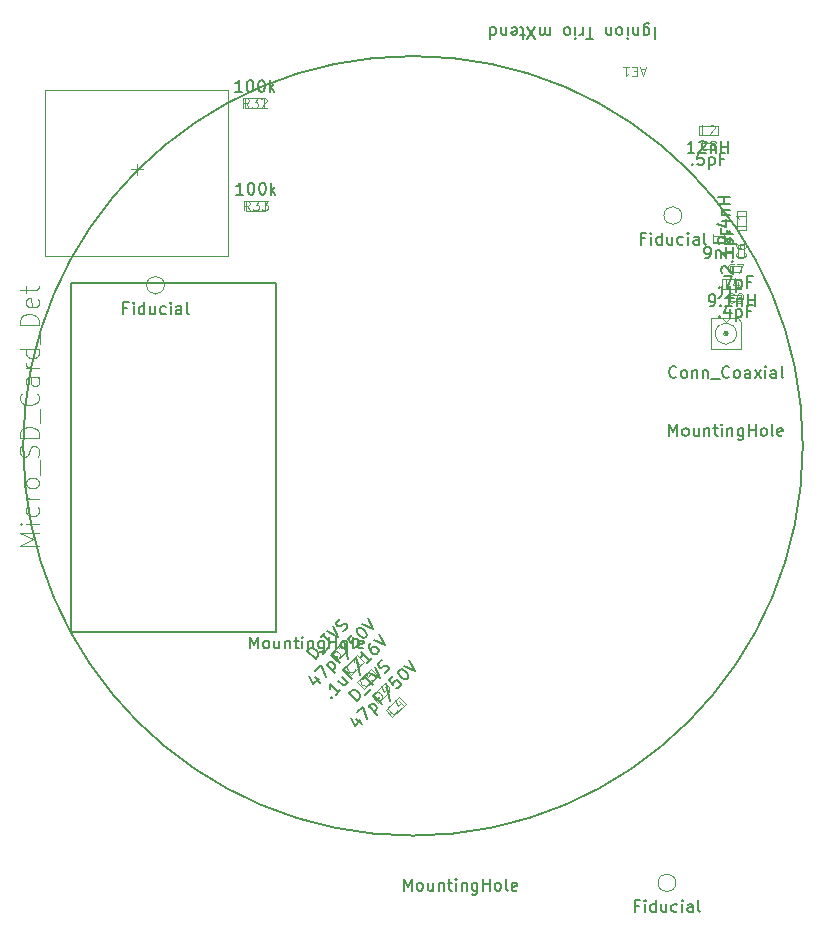
<source format=gbr>
G04 #@! TF.GenerationSoftware,KiCad,Pcbnew,8.0.8+dfsg-1*
G04 #@! TF.CreationDate,2025-03-16T16:51:27-04:00*
G04 #@! TF.ProjectId,RUST_Daughterboard,52555354-5f44-4617-9567-68746572626f,rev?*
G04 #@! TF.SameCoordinates,Original*
G04 #@! TF.FileFunction,AssemblyDrawing,Top*
%FSLAX46Y46*%
G04 Gerber Fmt 4.6, Leading zero omitted, Abs format (unit mm)*
G04 Created by KiCad (PCBNEW 8.0.8+dfsg-1) date 2025-03-16 16:51:27*
%MOMM*%
%LPD*%
G01*
G04 APERTURE LIST*
%ADD10C,0.200000*%
%ADD11C,0.150000*%
%ADD12C,0.120000*%
%ADD13C,0.015000*%
%ADD14C,0.100000*%
G04 APERTURE END LIST*
D10*
X183000000Y-100000000D02*
G75*
G02*
X117000000Y-100000000I-33000000J0D01*
G01*
X117000000Y-100000000D02*
G75*
G02*
X183000000Y-100000000I33000000J0D01*
G01*
D11*
X143086584Y-121299614D02*
X143153927Y-121299614D01*
X143153927Y-121299614D02*
X143153927Y-121366957D01*
X143153927Y-121366957D02*
X143086584Y-121366957D01*
X143086584Y-121366957D02*
X143086584Y-121299614D01*
X143086584Y-121299614D02*
X143153927Y-121366957D01*
X143861034Y-120659851D02*
X143456973Y-121063912D01*
X143659003Y-120861881D02*
X142951896Y-120154774D01*
X142951896Y-120154774D02*
X142985568Y-120323133D01*
X142985568Y-120323133D02*
X142985568Y-120457820D01*
X142985568Y-120457820D02*
X142951896Y-120558835D01*
X143995721Y-119582355D02*
X144467125Y-120053759D01*
X143692675Y-119885400D02*
X144063064Y-120255790D01*
X144063064Y-120255790D02*
X144164079Y-120289461D01*
X144164079Y-120289461D02*
X144265095Y-120255790D01*
X144265095Y-120255790D02*
X144366110Y-120154774D01*
X144366110Y-120154774D02*
X144399782Y-120053759D01*
X144399782Y-120053759D02*
X144399782Y-119986416D01*
X144669156Y-119110950D02*
X144433453Y-119346652D01*
X144803843Y-119717042D02*
X144096736Y-119009935D01*
X144096736Y-119009935D02*
X144433453Y-118673217D01*
X145174232Y-117865095D02*
X145477278Y-119380324D01*
X146521102Y-117999782D02*
X146117041Y-118403843D01*
X146319072Y-118201813D02*
X145611965Y-117494706D01*
X145611965Y-117494706D02*
X145645637Y-117663065D01*
X145645637Y-117663065D02*
X145645637Y-117797752D01*
X145645637Y-117797752D02*
X145611965Y-117898767D01*
X146420087Y-116686584D02*
X146285400Y-116821271D01*
X146285400Y-116821271D02*
X146251728Y-116922286D01*
X146251728Y-116922286D02*
X146251728Y-116989630D01*
X146251728Y-116989630D02*
X146285400Y-117157988D01*
X146285400Y-117157988D02*
X146386415Y-117326347D01*
X146386415Y-117326347D02*
X146655789Y-117595721D01*
X146655789Y-117595721D02*
X146756804Y-117629393D01*
X146756804Y-117629393D02*
X146824148Y-117629393D01*
X146824148Y-117629393D02*
X146925163Y-117595721D01*
X146925163Y-117595721D02*
X147059850Y-117461034D01*
X147059850Y-117461034D02*
X147093522Y-117360019D01*
X147093522Y-117360019D02*
X147093522Y-117292675D01*
X147093522Y-117292675D02*
X147059850Y-117191660D01*
X147059850Y-117191660D02*
X146891491Y-117023301D01*
X146891491Y-117023301D02*
X146790476Y-116989630D01*
X146790476Y-116989630D02*
X146723133Y-116989630D01*
X146723133Y-116989630D02*
X146622117Y-117023301D01*
X146622117Y-117023301D02*
X146487430Y-117157988D01*
X146487430Y-117157988D02*
X146453759Y-117259004D01*
X146453759Y-117259004D02*
X146453759Y-117326347D01*
X146453759Y-117326347D02*
X146487430Y-117427362D01*
X146689461Y-116417210D02*
X147632270Y-116888614D01*
X147632270Y-116888614D02*
X147160865Y-115945805D01*
D12*
X146259129Y-120047690D02*
X146259129Y-120101565D01*
X146259129Y-120101565D02*
X146205254Y-120209314D01*
X146205254Y-120209314D02*
X146151379Y-120263189D01*
X146151379Y-120263189D02*
X146043629Y-120317064D01*
X146043629Y-120317064D02*
X145935880Y-120317064D01*
X145935880Y-120317064D02*
X145855068Y-120290126D01*
X145855068Y-120290126D02*
X145720381Y-120209314D01*
X145720381Y-120209314D02*
X145639568Y-120128502D01*
X145639568Y-120128502D02*
X145558756Y-119993815D01*
X145558756Y-119993815D02*
X145531819Y-119913003D01*
X145531819Y-119913003D02*
X145531819Y-119805253D01*
X145531819Y-119805253D02*
X145585694Y-119697504D01*
X145585694Y-119697504D02*
X145639568Y-119643629D01*
X145639568Y-119643629D02*
X145747318Y-119589754D01*
X145747318Y-119589754D02*
X145801193Y-119589754D01*
X146259129Y-119024069D02*
X145989755Y-119293443D01*
X145989755Y-119293443D02*
X146232191Y-119589754D01*
X146232191Y-119589754D02*
X146232191Y-119535879D01*
X146232191Y-119535879D02*
X146259129Y-119455067D01*
X146259129Y-119455067D02*
X146393816Y-119320380D01*
X146393816Y-119320380D02*
X146474628Y-119293443D01*
X146474628Y-119293443D02*
X146528503Y-119293443D01*
X146528503Y-119293443D02*
X146609315Y-119320380D01*
X146609315Y-119320380D02*
X146744002Y-119455067D01*
X146744002Y-119455067D02*
X146770939Y-119535879D01*
X146770939Y-119535879D02*
X146770939Y-119589754D01*
X146770939Y-119589754D02*
X146744002Y-119670566D01*
X146744002Y-119670566D02*
X146609315Y-119805253D01*
X146609315Y-119805253D02*
X146528503Y-119832191D01*
X146528503Y-119832191D02*
X146474628Y-119832191D01*
D11*
X136214285Y-117154819D02*
X136214285Y-116154819D01*
X136214285Y-116154819D02*
X136547618Y-116869104D01*
X136547618Y-116869104D02*
X136880951Y-116154819D01*
X136880951Y-116154819D02*
X136880951Y-117154819D01*
X137499999Y-117154819D02*
X137404761Y-117107200D01*
X137404761Y-117107200D02*
X137357142Y-117059580D01*
X137357142Y-117059580D02*
X137309523Y-116964342D01*
X137309523Y-116964342D02*
X137309523Y-116678628D01*
X137309523Y-116678628D02*
X137357142Y-116583390D01*
X137357142Y-116583390D02*
X137404761Y-116535771D01*
X137404761Y-116535771D02*
X137499999Y-116488152D01*
X137499999Y-116488152D02*
X137642856Y-116488152D01*
X137642856Y-116488152D02*
X137738094Y-116535771D01*
X137738094Y-116535771D02*
X137785713Y-116583390D01*
X137785713Y-116583390D02*
X137833332Y-116678628D01*
X137833332Y-116678628D02*
X137833332Y-116964342D01*
X137833332Y-116964342D02*
X137785713Y-117059580D01*
X137785713Y-117059580D02*
X137738094Y-117107200D01*
X137738094Y-117107200D02*
X137642856Y-117154819D01*
X137642856Y-117154819D02*
X137499999Y-117154819D01*
X138690475Y-116488152D02*
X138690475Y-117154819D01*
X138261904Y-116488152D02*
X138261904Y-117011961D01*
X138261904Y-117011961D02*
X138309523Y-117107200D01*
X138309523Y-117107200D02*
X138404761Y-117154819D01*
X138404761Y-117154819D02*
X138547618Y-117154819D01*
X138547618Y-117154819D02*
X138642856Y-117107200D01*
X138642856Y-117107200D02*
X138690475Y-117059580D01*
X139166666Y-116488152D02*
X139166666Y-117154819D01*
X139166666Y-116583390D02*
X139214285Y-116535771D01*
X139214285Y-116535771D02*
X139309523Y-116488152D01*
X139309523Y-116488152D02*
X139452380Y-116488152D01*
X139452380Y-116488152D02*
X139547618Y-116535771D01*
X139547618Y-116535771D02*
X139595237Y-116631009D01*
X139595237Y-116631009D02*
X139595237Y-117154819D01*
X139928571Y-116488152D02*
X140309523Y-116488152D01*
X140071428Y-116154819D02*
X140071428Y-117011961D01*
X140071428Y-117011961D02*
X140119047Y-117107200D01*
X140119047Y-117107200D02*
X140214285Y-117154819D01*
X140214285Y-117154819D02*
X140309523Y-117154819D01*
X140642857Y-117154819D02*
X140642857Y-116488152D01*
X140642857Y-116154819D02*
X140595238Y-116202438D01*
X140595238Y-116202438D02*
X140642857Y-116250057D01*
X140642857Y-116250057D02*
X140690476Y-116202438D01*
X140690476Y-116202438D02*
X140642857Y-116154819D01*
X140642857Y-116154819D02*
X140642857Y-116250057D01*
X141119047Y-116488152D02*
X141119047Y-117154819D01*
X141119047Y-116583390D02*
X141166666Y-116535771D01*
X141166666Y-116535771D02*
X141261904Y-116488152D01*
X141261904Y-116488152D02*
X141404761Y-116488152D01*
X141404761Y-116488152D02*
X141499999Y-116535771D01*
X141499999Y-116535771D02*
X141547618Y-116631009D01*
X141547618Y-116631009D02*
X141547618Y-117154819D01*
X142452380Y-116488152D02*
X142452380Y-117297676D01*
X142452380Y-117297676D02*
X142404761Y-117392914D01*
X142404761Y-117392914D02*
X142357142Y-117440533D01*
X142357142Y-117440533D02*
X142261904Y-117488152D01*
X142261904Y-117488152D02*
X142119047Y-117488152D01*
X142119047Y-117488152D02*
X142023809Y-117440533D01*
X142452380Y-117107200D02*
X142357142Y-117154819D01*
X142357142Y-117154819D02*
X142166666Y-117154819D01*
X142166666Y-117154819D02*
X142071428Y-117107200D01*
X142071428Y-117107200D02*
X142023809Y-117059580D01*
X142023809Y-117059580D02*
X141976190Y-116964342D01*
X141976190Y-116964342D02*
X141976190Y-116678628D01*
X141976190Y-116678628D02*
X142023809Y-116583390D01*
X142023809Y-116583390D02*
X142071428Y-116535771D01*
X142071428Y-116535771D02*
X142166666Y-116488152D01*
X142166666Y-116488152D02*
X142357142Y-116488152D01*
X142357142Y-116488152D02*
X142452380Y-116535771D01*
X142928571Y-117154819D02*
X142928571Y-116154819D01*
X142928571Y-116631009D02*
X143499999Y-116631009D01*
X143499999Y-117154819D02*
X143499999Y-116154819D01*
X144119047Y-117154819D02*
X144023809Y-117107200D01*
X144023809Y-117107200D02*
X143976190Y-117059580D01*
X143976190Y-117059580D02*
X143928571Y-116964342D01*
X143928571Y-116964342D02*
X143928571Y-116678628D01*
X143928571Y-116678628D02*
X143976190Y-116583390D01*
X143976190Y-116583390D02*
X144023809Y-116535771D01*
X144023809Y-116535771D02*
X144119047Y-116488152D01*
X144119047Y-116488152D02*
X144261904Y-116488152D01*
X144261904Y-116488152D02*
X144357142Y-116535771D01*
X144357142Y-116535771D02*
X144404761Y-116583390D01*
X144404761Y-116583390D02*
X144452380Y-116678628D01*
X144452380Y-116678628D02*
X144452380Y-116964342D01*
X144452380Y-116964342D02*
X144404761Y-117059580D01*
X144404761Y-117059580D02*
X144357142Y-117107200D01*
X144357142Y-117107200D02*
X144261904Y-117154819D01*
X144261904Y-117154819D02*
X144119047Y-117154819D01*
X145023809Y-117154819D02*
X144928571Y-117107200D01*
X144928571Y-117107200D02*
X144880952Y-117011961D01*
X144880952Y-117011961D02*
X144880952Y-116154819D01*
X145785714Y-117107200D02*
X145690476Y-117154819D01*
X145690476Y-117154819D02*
X145500000Y-117154819D01*
X145500000Y-117154819D02*
X145404762Y-117107200D01*
X145404762Y-117107200D02*
X145357143Y-117011961D01*
X145357143Y-117011961D02*
X145357143Y-116631009D01*
X145357143Y-116631009D02*
X145404762Y-116535771D01*
X145404762Y-116535771D02*
X145500000Y-116488152D01*
X145500000Y-116488152D02*
X145690476Y-116488152D01*
X145690476Y-116488152D02*
X145785714Y-116535771D01*
X145785714Y-116535771D02*
X145833333Y-116631009D01*
X145833333Y-116631009D02*
X145833333Y-116726247D01*
X145833333Y-116726247D02*
X145357143Y-116821485D01*
X169619047Y-82431009D02*
X169285714Y-82431009D01*
X169285714Y-82954819D02*
X169285714Y-81954819D01*
X169285714Y-81954819D02*
X169761904Y-81954819D01*
X170142857Y-82954819D02*
X170142857Y-82288152D01*
X170142857Y-81954819D02*
X170095238Y-82002438D01*
X170095238Y-82002438D02*
X170142857Y-82050057D01*
X170142857Y-82050057D02*
X170190476Y-82002438D01*
X170190476Y-82002438D02*
X170142857Y-81954819D01*
X170142857Y-81954819D02*
X170142857Y-82050057D01*
X171047618Y-82954819D02*
X171047618Y-81954819D01*
X171047618Y-82907200D02*
X170952380Y-82954819D01*
X170952380Y-82954819D02*
X170761904Y-82954819D01*
X170761904Y-82954819D02*
X170666666Y-82907200D01*
X170666666Y-82907200D02*
X170619047Y-82859580D01*
X170619047Y-82859580D02*
X170571428Y-82764342D01*
X170571428Y-82764342D02*
X170571428Y-82478628D01*
X170571428Y-82478628D02*
X170619047Y-82383390D01*
X170619047Y-82383390D02*
X170666666Y-82335771D01*
X170666666Y-82335771D02*
X170761904Y-82288152D01*
X170761904Y-82288152D02*
X170952380Y-82288152D01*
X170952380Y-82288152D02*
X171047618Y-82335771D01*
X171952380Y-82288152D02*
X171952380Y-82954819D01*
X171523809Y-82288152D02*
X171523809Y-82811961D01*
X171523809Y-82811961D02*
X171571428Y-82907200D01*
X171571428Y-82907200D02*
X171666666Y-82954819D01*
X171666666Y-82954819D02*
X171809523Y-82954819D01*
X171809523Y-82954819D02*
X171904761Y-82907200D01*
X171904761Y-82907200D02*
X171952380Y-82859580D01*
X172857142Y-82907200D02*
X172761904Y-82954819D01*
X172761904Y-82954819D02*
X172571428Y-82954819D01*
X172571428Y-82954819D02*
X172476190Y-82907200D01*
X172476190Y-82907200D02*
X172428571Y-82859580D01*
X172428571Y-82859580D02*
X172380952Y-82764342D01*
X172380952Y-82764342D02*
X172380952Y-82478628D01*
X172380952Y-82478628D02*
X172428571Y-82383390D01*
X172428571Y-82383390D02*
X172476190Y-82335771D01*
X172476190Y-82335771D02*
X172571428Y-82288152D01*
X172571428Y-82288152D02*
X172761904Y-82288152D01*
X172761904Y-82288152D02*
X172857142Y-82335771D01*
X173285714Y-82954819D02*
X173285714Y-82288152D01*
X173285714Y-81954819D02*
X173238095Y-82002438D01*
X173238095Y-82002438D02*
X173285714Y-82050057D01*
X173285714Y-82050057D02*
X173333333Y-82002438D01*
X173333333Y-82002438D02*
X173285714Y-81954819D01*
X173285714Y-81954819D02*
X173285714Y-82050057D01*
X174190475Y-82954819D02*
X174190475Y-82431009D01*
X174190475Y-82431009D02*
X174142856Y-82335771D01*
X174142856Y-82335771D02*
X174047618Y-82288152D01*
X174047618Y-82288152D02*
X173857142Y-82288152D01*
X173857142Y-82288152D02*
X173761904Y-82335771D01*
X174190475Y-82907200D02*
X174095237Y-82954819D01*
X174095237Y-82954819D02*
X173857142Y-82954819D01*
X173857142Y-82954819D02*
X173761904Y-82907200D01*
X173761904Y-82907200D02*
X173714285Y-82811961D01*
X173714285Y-82811961D02*
X173714285Y-82716723D01*
X173714285Y-82716723D02*
X173761904Y-82621485D01*
X173761904Y-82621485D02*
X173857142Y-82573866D01*
X173857142Y-82573866D02*
X174095237Y-82573866D01*
X174095237Y-82573866D02*
X174190475Y-82526247D01*
X174809523Y-82954819D02*
X174714285Y-82907200D01*
X174714285Y-82907200D02*
X174666666Y-82811961D01*
X174666666Y-82811961D02*
X174666666Y-81954819D01*
X141667210Y-119585865D02*
X142138614Y-120057270D01*
X141229477Y-119484850D02*
X141566195Y-120158285D01*
X141566195Y-120158285D02*
X142003927Y-119720552D01*
X141734553Y-119047117D02*
X142205958Y-118575713D01*
X142205958Y-118575713D02*
X142610019Y-119585865D01*
X142711034Y-118542041D02*
X143418141Y-119249148D01*
X142744706Y-118575713D02*
X142778378Y-118474698D01*
X142778378Y-118474698D02*
X142913065Y-118340011D01*
X142913065Y-118340011D02*
X143014080Y-118306339D01*
X143014080Y-118306339D02*
X143081423Y-118306339D01*
X143081423Y-118306339D02*
X143182439Y-118340011D01*
X143182439Y-118340011D02*
X143384469Y-118542041D01*
X143384469Y-118542041D02*
X143418141Y-118643056D01*
X143418141Y-118643056D02*
X143418141Y-118710400D01*
X143418141Y-118710400D02*
X143384469Y-118811415D01*
X143384469Y-118811415D02*
X143249782Y-118946102D01*
X143249782Y-118946102D02*
X143148767Y-118979774D01*
X143687515Y-117767591D02*
X143451813Y-118003293D01*
X143822202Y-118373682D02*
X143115095Y-117666575D01*
X143115095Y-117666575D02*
X143451813Y-117329858D01*
X144192591Y-116521736D02*
X144495637Y-118036965D01*
X144798683Y-115982988D02*
X144461965Y-116319705D01*
X144461965Y-116319705D02*
X144765011Y-116690095D01*
X144765011Y-116690095D02*
X144765011Y-116622751D01*
X144765011Y-116622751D02*
X144798683Y-116521736D01*
X144798683Y-116521736D02*
X144967042Y-116353377D01*
X144967042Y-116353377D02*
X145068057Y-116319705D01*
X145068057Y-116319705D02*
X145135400Y-116319705D01*
X145135400Y-116319705D02*
X145236416Y-116353377D01*
X145236416Y-116353377D02*
X145404774Y-116521736D01*
X145404774Y-116521736D02*
X145438446Y-116622751D01*
X145438446Y-116622751D02*
X145438446Y-116690095D01*
X145438446Y-116690095D02*
X145404774Y-116791110D01*
X145404774Y-116791110D02*
X145236416Y-116959469D01*
X145236416Y-116959469D02*
X145135400Y-116993140D01*
X145135400Y-116993140D02*
X145068057Y-116993140D01*
X145270087Y-115511583D02*
X145337431Y-115444240D01*
X145337431Y-115444240D02*
X145438446Y-115410568D01*
X145438446Y-115410568D02*
X145505790Y-115410568D01*
X145505790Y-115410568D02*
X145606805Y-115444240D01*
X145606805Y-115444240D02*
X145775164Y-115545255D01*
X145775164Y-115545255D02*
X145943522Y-115713614D01*
X145943522Y-115713614D02*
X146044538Y-115881973D01*
X146044538Y-115881973D02*
X146078209Y-115982988D01*
X146078209Y-115982988D02*
X146078209Y-116050331D01*
X146078209Y-116050331D02*
X146044538Y-116151347D01*
X146044538Y-116151347D02*
X145977194Y-116218690D01*
X145977194Y-116218690D02*
X145876179Y-116252362D01*
X145876179Y-116252362D02*
X145808835Y-116252362D01*
X145808835Y-116252362D02*
X145707820Y-116218690D01*
X145707820Y-116218690D02*
X145539461Y-116117675D01*
X145539461Y-116117675D02*
X145371103Y-115949316D01*
X145371103Y-115949316D02*
X145270087Y-115780957D01*
X145270087Y-115780957D02*
X145236416Y-115679942D01*
X145236416Y-115679942D02*
X145236416Y-115612599D01*
X145236416Y-115612599D02*
X145270087Y-115511583D01*
X145707820Y-115073850D02*
X146650629Y-115545255D01*
X146650629Y-115545255D02*
X146179225Y-114602446D01*
D12*
X145109129Y-118872690D02*
X145109129Y-118926565D01*
X145109129Y-118926565D02*
X145055254Y-119034314D01*
X145055254Y-119034314D02*
X145001379Y-119088189D01*
X145001379Y-119088189D02*
X144893629Y-119142064D01*
X144893629Y-119142064D02*
X144785880Y-119142064D01*
X144785880Y-119142064D02*
X144705068Y-119115126D01*
X144705068Y-119115126D02*
X144570381Y-119034314D01*
X144570381Y-119034314D02*
X144489568Y-118953502D01*
X144489568Y-118953502D02*
X144408756Y-118818815D01*
X144408756Y-118818815D02*
X144381819Y-118738003D01*
X144381819Y-118738003D02*
X144381819Y-118630253D01*
X144381819Y-118630253D02*
X144435694Y-118522504D01*
X144435694Y-118522504D02*
X144489568Y-118468629D01*
X144489568Y-118468629D02*
X144597318Y-118414754D01*
X144597318Y-118414754D02*
X144651193Y-118414754D01*
X145701751Y-118387817D02*
X145378503Y-118711065D01*
X145540127Y-118549441D02*
X144974442Y-117983756D01*
X144974442Y-117983756D02*
X145001379Y-118118443D01*
X145001379Y-118118443D02*
X145001379Y-118226192D01*
X145001379Y-118226192D02*
X144974442Y-118307004D01*
D11*
X125819047Y-88331009D02*
X125485714Y-88331009D01*
X125485714Y-88854819D02*
X125485714Y-87854819D01*
X125485714Y-87854819D02*
X125961904Y-87854819D01*
X126342857Y-88854819D02*
X126342857Y-88188152D01*
X126342857Y-87854819D02*
X126295238Y-87902438D01*
X126295238Y-87902438D02*
X126342857Y-87950057D01*
X126342857Y-87950057D02*
X126390476Y-87902438D01*
X126390476Y-87902438D02*
X126342857Y-87854819D01*
X126342857Y-87854819D02*
X126342857Y-87950057D01*
X127247618Y-88854819D02*
X127247618Y-87854819D01*
X127247618Y-88807200D02*
X127152380Y-88854819D01*
X127152380Y-88854819D02*
X126961904Y-88854819D01*
X126961904Y-88854819D02*
X126866666Y-88807200D01*
X126866666Y-88807200D02*
X126819047Y-88759580D01*
X126819047Y-88759580D02*
X126771428Y-88664342D01*
X126771428Y-88664342D02*
X126771428Y-88378628D01*
X126771428Y-88378628D02*
X126819047Y-88283390D01*
X126819047Y-88283390D02*
X126866666Y-88235771D01*
X126866666Y-88235771D02*
X126961904Y-88188152D01*
X126961904Y-88188152D02*
X127152380Y-88188152D01*
X127152380Y-88188152D02*
X127247618Y-88235771D01*
X128152380Y-88188152D02*
X128152380Y-88854819D01*
X127723809Y-88188152D02*
X127723809Y-88711961D01*
X127723809Y-88711961D02*
X127771428Y-88807200D01*
X127771428Y-88807200D02*
X127866666Y-88854819D01*
X127866666Y-88854819D02*
X128009523Y-88854819D01*
X128009523Y-88854819D02*
X128104761Y-88807200D01*
X128104761Y-88807200D02*
X128152380Y-88759580D01*
X129057142Y-88807200D02*
X128961904Y-88854819D01*
X128961904Y-88854819D02*
X128771428Y-88854819D01*
X128771428Y-88854819D02*
X128676190Y-88807200D01*
X128676190Y-88807200D02*
X128628571Y-88759580D01*
X128628571Y-88759580D02*
X128580952Y-88664342D01*
X128580952Y-88664342D02*
X128580952Y-88378628D01*
X128580952Y-88378628D02*
X128628571Y-88283390D01*
X128628571Y-88283390D02*
X128676190Y-88235771D01*
X128676190Y-88235771D02*
X128771428Y-88188152D01*
X128771428Y-88188152D02*
X128961904Y-88188152D01*
X128961904Y-88188152D02*
X129057142Y-88235771D01*
X129485714Y-88854819D02*
X129485714Y-88188152D01*
X129485714Y-87854819D02*
X129438095Y-87902438D01*
X129438095Y-87902438D02*
X129485714Y-87950057D01*
X129485714Y-87950057D02*
X129533333Y-87902438D01*
X129533333Y-87902438D02*
X129485714Y-87854819D01*
X129485714Y-87854819D02*
X129485714Y-87950057D01*
X130390475Y-88854819D02*
X130390475Y-88331009D01*
X130390475Y-88331009D02*
X130342856Y-88235771D01*
X130342856Y-88235771D02*
X130247618Y-88188152D01*
X130247618Y-88188152D02*
X130057142Y-88188152D01*
X130057142Y-88188152D02*
X129961904Y-88235771D01*
X130390475Y-88807200D02*
X130295237Y-88854819D01*
X130295237Y-88854819D02*
X130057142Y-88854819D01*
X130057142Y-88854819D02*
X129961904Y-88807200D01*
X129961904Y-88807200D02*
X129914285Y-88711961D01*
X129914285Y-88711961D02*
X129914285Y-88616723D01*
X129914285Y-88616723D02*
X129961904Y-88521485D01*
X129961904Y-88521485D02*
X130057142Y-88473866D01*
X130057142Y-88473866D02*
X130295237Y-88473866D01*
X130295237Y-88473866D02*
X130390475Y-88426247D01*
X131009523Y-88854819D02*
X130914285Y-88807200D01*
X130914285Y-88807200D02*
X130866666Y-88711961D01*
X130866666Y-88711961D02*
X130866666Y-87854819D01*
X141746736Y-118074148D02*
X141039629Y-117367042D01*
X141039629Y-117367042D02*
X141207988Y-117198683D01*
X141207988Y-117198683D02*
X141342675Y-117131339D01*
X141342675Y-117131339D02*
X141477362Y-117131339D01*
X141477362Y-117131339D02*
X141578377Y-117165011D01*
X141578377Y-117165011D02*
X141746736Y-117266026D01*
X141746736Y-117266026D02*
X141847751Y-117367042D01*
X141847751Y-117367042D02*
X141948766Y-117535400D01*
X141948766Y-117535400D02*
X141982438Y-117636416D01*
X141982438Y-117636416D02*
X141982438Y-117771103D01*
X141982438Y-117771103D02*
X141915095Y-117905790D01*
X141915095Y-117905790D02*
X141746736Y-118074148D01*
X142352827Y-117602744D02*
X142891576Y-117063996D01*
X142184469Y-116222202D02*
X142588530Y-115818141D01*
X143093606Y-116727278D02*
X142386499Y-116020171D01*
X142723217Y-115683454D02*
X143666026Y-116154858D01*
X143666026Y-116154858D02*
X143194622Y-115212049D01*
X144070087Y-115683454D02*
X144204774Y-115616110D01*
X144204774Y-115616110D02*
X144373133Y-115447751D01*
X144373133Y-115447751D02*
X144406805Y-115346736D01*
X144406805Y-115346736D02*
X144406805Y-115279392D01*
X144406805Y-115279392D02*
X144373133Y-115178377D01*
X144373133Y-115178377D02*
X144305790Y-115111034D01*
X144305790Y-115111034D02*
X144204774Y-115077362D01*
X144204774Y-115077362D02*
X144137431Y-115077362D01*
X144137431Y-115077362D02*
X144036416Y-115111034D01*
X144036416Y-115111034D02*
X143868057Y-115212049D01*
X143868057Y-115212049D02*
X143767041Y-115245721D01*
X143767041Y-115245721D02*
X143699698Y-115245721D01*
X143699698Y-115245721D02*
X143598683Y-115212049D01*
X143598683Y-115212049D02*
X143531339Y-115144705D01*
X143531339Y-115144705D02*
X143497667Y-115043690D01*
X143497667Y-115043690D02*
X143497667Y-114976347D01*
X143497667Y-114976347D02*
X143531339Y-114875331D01*
X143531339Y-114875331D02*
X143699698Y-114706973D01*
X143699698Y-114706973D02*
X143834385Y-114639629D01*
D12*
X143639755Y-118074813D02*
X143074069Y-117509128D01*
X143074069Y-117509128D02*
X143208756Y-117374441D01*
X143208756Y-117374441D02*
X143316506Y-117320566D01*
X143316506Y-117320566D02*
X143424255Y-117320566D01*
X143424255Y-117320566D02*
X143505068Y-117347504D01*
X143505068Y-117347504D02*
X143639755Y-117428316D01*
X143639755Y-117428316D02*
X143720567Y-117509128D01*
X143720567Y-117509128D02*
X143801379Y-117643815D01*
X143801379Y-117643815D02*
X143828316Y-117724627D01*
X143828316Y-117724627D02*
X143828316Y-117832377D01*
X143828316Y-117832377D02*
X143774442Y-117940126D01*
X143774442Y-117940126D02*
X143639755Y-118074813D01*
X144501751Y-117212817D02*
X144178503Y-117536065D01*
X144340127Y-117374441D02*
X143774442Y-116808756D01*
X143774442Y-116808756D02*
X143801379Y-116943443D01*
X143801379Y-116943443D02*
X143801379Y-117051192D01*
X143801379Y-117051192D02*
X143774442Y-117132004D01*
D11*
X145192210Y-123110865D02*
X145663614Y-123582270D01*
X144754477Y-123009850D02*
X145091195Y-123683285D01*
X145091195Y-123683285D02*
X145528927Y-123245552D01*
X145259553Y-122572117D02*
X145730958Y-122100713D01*
X145730958Y-122100713D02*
X146135019Y-123110865D01*
X146236034Y-122067041D02*
X146943141Y-122774148D01*
X146269706Y-122100713D02*
X146303378Y-121999698D01*
X146303378Y-121999698D02*
X146438065Y-121865011D01*
X146438065Y-121865011D02*
X146539080Y-121831339D01*
X146539080Y-121831339D02*
X146606423Y-121831339D01*
X146606423Y-121831339D02*
X146707439Y-121865011D01*
X146707439Y-121865011D02*
X146909469Y-122067041D01*
X146909469Y-122067041D02*
X146943141Y-122168056D01*
X146943141Y-122168056D02*
X146943141Y-122235400D01*
X146943141Y-122235400D02*
X146909469Y-122336415D01*
X146909469Y-122336415D02*
X146774782Y-122471102D01*
X146774782Y-122471102D02*
X146673767Y-122504774D01*
X147212515Y-121292591D02*
X146976813Y-121528293D01*
X147347202Y-121898682D02*
X146640095Y-121191575D01*
X146640095Y-121191575D02*
X146976813Y-120854858D01*
X147717591Y-120046736D02*
X148020637Y-121561965D01*
X148323683Y-119507988D02*
X147986965Y-119844705D01*
X147986965Y-119844705D02*
X148290011Y-120215095D01*
X148290011Y-120215095D02*
X148290011Y-120147751D01*
X148290011Y-120147751D02*
X148323683Y-120046736D01*
X148323683Y-120046736D02*
X148492042Y-119878377D01*
X148492042Y-119878377D02*
X148593057Y-119844705D01*
X148593057Y-119844705D02*
X148660400Y-119844705D01*
X148660400Y-119844705D02*
X148761416Y-119878377D01*
X148761416Y-119878377D02*
X148929774Y-120046736D01*
X148929774Y-120046736D02*
X148963446Y-120147751D01*
X148963446Y-120147751D02*
X148963446Y-120215095D01*
X148963446Y-120215095D02*
X148929774Y-120316110D01*
X148929774Y-120316110D02*
X148761416Y-120484469D01*
X148761416Y-120484469D02*
X148660400Y-120518140D01*
X148660400Y-120518140D02*
X148593057Y-120518140D01*
X148795087Y-119036583D02*
X148862431Y-118969240D01*
X148862431Y-118969240D02*
X148963446Y-118935568D01*
X148963446Y-118935568D02*
X149030790Y-118935568D01*
X149030790Y-118935568D02*
X149131805Y-118969240D01*
X149131805Y-118969240D02*
X149300164Y-119070255D01*
X149300164Y-119070255D02*
X149468522Y-119238614D01*
X149468522Y-119238614D02*
X149569538Y-119406973D01*
X149569538Y-119406973D02*
X149603209Y-119507988D01*
X149603209Y-119507988D02*
X149603209Y-119575331D01*
X149603209Y-119575331D02*
X149569538Y-119676347D01*
X149569538Y-119676347D02*
X149502194Y-119743690D01*
X149502194Y-119743690D02*
X149401179Y-119777362D01*
X149401179Y-119777362D02*
X149333835Y-119777362D01*
X149333835Y-119777362D02*
X149232820Y-119743690D01*
X149232820Y-119743690D02*
X149064461Y-119642675D01*
X149064461Y-119642675D02*
X148896103Y-119474316D01*
X148896103Y-119474316D02*
X148795087Y-119305957D01*
X148795087Y-119305957D02*
X148761416Y-119204942D01*
X148761416Y-119204942D02*
X148761416Y-119137599D01*
X148761416Y-119137599D02*
X148795087Y-119036583D01*
X149232820Y-118598850D02*
X150175629Y-119070255D01*
X150175629Y-119070255D02*
X149704225Y-118127446D01*
D12*
X148634129Y-122397690D02*
X148634129Y-122451565D01*
X148634129Y-122451565D02*
X148580254Y-122559314D01*
X148580254Y-122559314D02*
X148526379Y-122613189D01*
X148526379Y-122613189D02*
X148418629Y-122667064D01*
X148418629Y-122667064D02*
X148310880Y-122667064D01*
X148310880Y-122667064D02*
X148230068Y-122640126D01*
X148230068Y-122640126D02*
X148095381Y-122559314D01*
X148095381Y-122559314D02*
X148014568Y-122478502D01*
X148014568Y-122478502D02*
X147933756Y-122343815D01*
X147933756Y-122343815D02*
X147906819Y-122263003D01*
X147906819Y-122263003D02*
X147906819Y-122155253D01*
X147906819Y-122155253D02*
X147960694Y-122047504D01*
X147960694Y-122047504D02*
X148014568Y-121993629D01*
X148014568Y-121993629D02*
X148122318Y-121939754D01*
X148122318Y-121939754D02*
X148176193Y-121939754D01*
X148795753Y-121589568D02*
X149172877Y-121966691D01*
X148445567Y-121508756D02*
X148714941Y-122047504D01*
X148714941Y-122047504D02*
X149065127Y-121697317D01*
D11*
X135628571Y-78724819D02*
X135057143Y-78724819D01*
X135342857Y-78724819D02*
X135342857Y-77724819D01*
X135342857Y-77724819D02*
X135247619Y-77867676D01*
X135247619Y-77867676D02*
X135152381Y-77962914D01*
X135152381Y-77962914D02*
X135057143Y-78010533D01*
X136247619Y-77724819D02*
X136342857Y-77724819D01*
X136342857Y-77724819D02*
X136438095Y-77772438D01*
X136438095Y-77772438D02*
X136485714Y-77820057D01*
X136485714Y-77820057D02*
X136533333Y-77915295D01*
X136533333Y-77915295D02*
X136580952Y-78105771D01*
X136580952Y-78105771D02*
X136580952Y-78343866D01*
X136580952Y-78343866D02*
X136533333Y-78534342D01*
X136533333Y-78534342D02*
X136485714Y-78629580D01*
X136485714Y-78629580D02*
X136438095Y-78677200D01*
X136438095Y-78677200D02*
X136342857Y-78724819D01*
X136342857Y-78724819D02*
X136247619Y-78724819D01*
X136247619Y-78724819D02*
X136152381Y-78677200D01*
X136152381Y-78677200D02*
X136104762Y-78629580D01*
X136104762Y-78629580D02*
X136057143Y-78534342D01*
X136057143Y-78534342D02*
X136009524Y-78343866D01*
X136009524Y-78343866D02*
X136009524Y-78105771D01*
X136009524Y-78105771D02*
X136057143Y-77915295D01*
X136057143Y-77915295D02*
X136104762Y-77820057D01*
X136104762Y-77820057D02*
X136152381Y-77772438D01*
X136152381Y-77772438D02*
X136247619Y-77724819D01*
X137200000Y-77724819D02*
X137295238Y-77724819D01*
X137295238Y-77724819D02*
X137390476Y-77772438D01*
X137390476Y-77772438D02*
X137438095Y-77820057D01*
X137438095Y-77820057D02*
X137485714Y-77915295D01*
X137485714Y-77915295D02*
X137533333Y-78105771D01*
X137533333Y-78105771D02*
X137533333Y-78343866D01*
X137533333Y-78343866D02*
X137485714Y-78534342D01*
X137485714Y-78534342D02*
X137438095Y-78629580D01*
X137438095Y-78629580D02*
X137390476Y-78677200D01*
X137390476Y-78677200D02*
X137295238Y-78724819D01*
X137295238Y-78724819D02*
X137200000Y-78724819D01*
X137200000Y-78724819D02*
X137104762Y-78677200D01*
X137104762Y-78677200D02*
X137057143Y-78629580D01*
X137057143Y-78629580D02*
X137009524Y-78534342D01*
X137009524Y-78534342D02*
X136961905Y-78343866D01*
X136961905Y-78343866D02*
X136961905Y-78105771D01*
X136961905Y-78105771D02*
X137009524Y-77915295D01*
X137009524Y-77915295D02*
X137057143Y-77820057D01*
X137057143Y-77820057D02*
X137104762Y-77772438D01*
X137104762Y-77772438D02*
X137200000Y-77724819D01*
X137961905Y-78724819D02*
X137961905Y-77724819D01*
X138057143Y-78343866D02*
X138342857Y-78724819D01*
X138342857Y-78058152D02*
X137961905Y-78439104D01*
D12*
X136185714Y-80063855D02*
X135919047Y-79682902D01*
X135728571Y-80063855D02*
X135728571Y-79263855D01*
X135728571Y-79263855D02*
X136033333Y-79263855D01*
X136033333Y-79263855D02*
X136109523Y-79301950D01*
X136109523Y-79301950D02*
X136147618Y-79340045D01*
X136147618Y-79340045D02*
X136185714Y-79416236D01*
X136185714Y-79416236D02*
X136185714Y-79530521D01*
X136185714Y-79530521D02*
X136147618Y-79606712D01*
X136147618Y-79606712D02*
X136109523Y-79644807D01*
X136109523Y-79644807D02*
X136033333Y-79682902D01*
X136033333Y-79682902D02*
X135728571Y-79682902D01*
X136452380Y-79263855D02*
X136947618Y-79263855D01*
X136947618Y-79263855D02*
X136680952Y-79568617D01*
X136680952Y-79568617D02*
X136795237Y-79568617D01*
X136795237Y-79568617D02*
X136871428Y-79606712D01*
X136871428Y-79606712D02*
X136909523Y-79644807D01*
X136909523Y-79644807D02*
X136947618Y-79720998D01*
X136947618Y-79720998D02*
X136947618Y-79911474D01*
X136947618Y-79911474D02*
X136909523Y-79987664D01*
X136909523Y-79987664D02*
X136871428Y-80025760D01*
X136871428Y-80025760D02*
X136795237Y-80063855D01*
X136795237Y-80063855D02*
X136566666Y-80063855D01*
X136566666Y-80063855D02*
X136490475Y-80025760D01*
X136490475Y-80025760D02*
X136452380Y-79987664D01*
X137214285Y-79263855D02*
X137709523Y-79263855D01*
X137709523Y-79263855D02*
X137442857Y-79568617D01*
X137442857Y-79568617D02*
X137557142Y-79568617D01*
X137557142Y-79568617D02*
X137633333Y-79606712D01*
X137633333Y-79606712D02*
X137671428Y-79644807D01*
X137671428Y-79644807D02*
X137709523Y-79720998D01*
X137709523Y-79720998D02*
X137709523Y-79911474D01*
X137709523Y-79911474D02*
X137671428Y-79987664D01*
X137671428Y-79987664D02*
X137633333Y-80025760D01*
X137633333Y-80025760D02*
X137557142Y-80063855D01*
X137557142Y-80063855D02*
X137328571Y-80063855D01*
X137328571Y-80063855D02*
X137252380Y-80025760D01*
X137252380Y-80025760D02*
X137214285Y-79987664D01*
D11*
X135543571Y-70024819D02*
X134972143Y-70024819D01*
X135257857Y-70024819D02*
X135257857Y-69024819D01*
X135257857Y-69024819D02*
X135162619Y-69167676D01*
X135162619Y-69167676D02*
X135067381Y-69262914D01*
X135067381Y-69262914D02*
X134972143Y-69310533D01*
X136162619Y-69024819D02*
X136257857Y-69024819D01*
X136257857Y-69024819D02*
X136353095Y-69072438D01*
X136353095Y-69072438D02*
X136400714Y-69120057D01*
X136400714Y-69120057D02*
X136448333Y-69215295D01*
X136448333Y-69215295D02*
X136495952Y-69405771D01*
X136495952Y-69405771D02*
X136495952Y-69643866D01*
X136495952Y-69643866D02*
X136448333Y-69834342D01*
X136448333Y-69834342D02*
X136400714Y-69929580D01*
X136400714Y-69929580D02*
X136353095Y-69977200D01*
X136353095Y-69977200D02*
X136257857Y-70024819D01*
X136257857Y-70024819D02*
X136162619Y-70024819D01*
X136162619Y-70024819D02*
X136067381Y-69977200D01*
X136067381Y-69977200D02*
X136019762Y-69929580D01*
X136019762Y-69929580D02*
X135972143Y-69834342D01*
X135972143Y-69834342D02*
X135924524Y-69643866D01*
X135924524Y-69643866D02*
X135924524Y-69405771D01*
X135924524Y-69405771D02*
X135972143Y-69215295D01*
X135972143Y-69215295D02*
X136019762Y-69120057D01*
X136019762Y-69120057D02*
X136067381Y-69072438D01*
X136067381Y-69072438D02*
X136162619Y-69024819D01*
X137115000Y-69024819D02*
X137210238Y-69024819D01*
X137210238Y-69024819D02*
X137305476Y-69072438D01*
X137305476Y-69072438D02*
X137353095Y-69120057D01*
X137353095Y-69120057D02*
X137400714Y-69215295D01*
X137400714Y-69215295D02*
X137448333Y-69405771D01*
X137448333Y-69405771D02*
X137448333Y-69643866D01*
X137448333Y-69643866D02*
X137400714Y-69834342D01*
X137400714Y-69834342D02*
X137353095Y-69929580D01*
X137353095Y-69929580D02*
X137305476Y-69977200D01*
X137305476Y-69977200D02*
X137210238Y-70024819D01*
X137210238Y-70024819D02*
X137115000Y-70024819D01*
X137115000Y-70024819D02*
X137019762Y-69977200D01*
X137019762Y-69977200D02*
X136972143Y-69929580D01*
X136972143Y-69929580D02*
X136924524Y-69834342D01*
X136924524Y-69834342D02*
X136876905Y-69643866D01*
X136876905Y-69643866D02*
X136876905Y-69405771D01*
X136876905Y-69405771D02*
X136924524Y-69215295D01*
X136924524Y-69215295D02*
X136972143Y-69120057D01*
X136972143Y-69120057D02*
X137019762Y-69072438D01*
X137019762Y-69072438D02*
X137115000Y-69024819D01*
X137876905Y-70024819D02*
X137876905Y-69024819D01*
X137972143Y-69643866D02*
X138257857Y-70024819D01*
X138257857Y-69358152D02*
X137876905Y-69739104D01*
D12*
X136100714Y-71363855D02*
X135834047Y-70982902D01*
X135643571Y-71363855D02*
X135643571Y-70563855D01*
X135643571Y-70563855D02*
X135948333Y-70563855D01*
X135948333Y-70563855D02*
X136024523Y-70601950D01*
X136024523Y-70601950D02*
X136062618Y-70640045D01*
X136062618Y-70640045D02*
X136100714Y-70716236D01*
X136100714Y-70716236D02*
X136100714Y-70830521D01*
X136100714Y-70830521D02*
X136062618Y-70906712D01*
X136062618Y-70906712D02*
X136024523Y-70944807D01*
X136024523Y-70944807D02*
X135948333Y-70982902D01*
X135948333Y-70982902D02*
X135643571Y-70982902D01*
X136367380Y-70563855D02*
X136862618Y-70563855D01*
X136862618Y-70563855D02*
X136595952Y-70868617D01*
X136595952Y-70868617D02*
X136710237Y-70868617D01*
X136710237Y-70868617D02*
X136786428Y-70906712D01*
X136786428Y-70906712D02*
X136824523Y-70944807D01*
X136824523Y-70944807D02*
X136862618Y-71020998D01*
X136862618Y-71020998D02*
X136862618Y-71211474D01*
X136862618Y-71211474D02*
X136824523Y-71287664D01*
X136824523Y-71287664D02*
X136786428Y-71325760D01*
X136786428Y-71325760D02*
X136710237Y-71363855D01*
X136710237Y-71363855D02*
X136481666Y-71363855D01*
X136481666Y-71363855D02*
X136405475Y-71325760D01*
X136405475Y-71325760D02*
X136367380Y-71287664D01*
X137167380Y-70640045D02*
X137205476Y-70601950D01*
X137205476Y-70601950D02*
X137281666Y-70563855D01*
X137281666Y-70563855D02*
X137472142Y-70563855D01*
X137472142Y-70563855D02*
X137548333Y-70601950D01*
X137548333Y-70601950D02*
X137586428Y-70640045D01*
X137586428Y-70640045D02*
X137624523Y-70716236D01*
X137624523Y-70716236D02*
X137624523Y-70792426D01*
X137624523Y-70792426D02*
X137586428Y-70906712D01*
X137586428Y-70906712D02*
X137129285Y-71363855D01*
X137129285Y-71363855D02*
X137624523Y-71363855D01*
D13*
X118303020Y-108452473D02*
X116702555Y-108452473D01*
X116702555Y-108452473D02*
X117845744Y-107918985D01*
X117845744Y-107918985D02*
X116702555Y-107385497D01*
X116702555Y-107385497D02*
X118303020Y-107385497D01*
X118303020Y-106623370D02*
X117236043Y-106623370D01*
X116702555Y-106623370D02*
X116778768Y-106699583D01*
X116778768Y-106699583D02*
X116854980Y-106623370D01*
X116854980Y-106623370D02*
X116778768Y-106547158D01*
X116778768Y-106547158D02*
X116702555Y-106623370D01*
X116702555Y-106623370D02*
X116854980Y-106623370D01*
X118226808Y-105175331D02*
X118303020Y-105327756D01*
X118303020Y-105327756D02*
X118303020Y-105632607D01*
X118303020Y-105632607D02*
X118226808Y-105785032D01*
X118226808Y-105785032D02*
X118150595Y-105861244D01*
X118150595Y-105861244D02*
X117998170Y-105937457D01*
X117998170Y-105937457D02*
X117540894Y-105937457D01*
X117540894Y-105937457D02*
X117388469Y-105861244D01*
X117388469Y-105861244D02*
X117312256Y-105785032D01*
X117312256Y-105785032D02*
X117236043Y-105632607D01*
X117236043Y-105632607D02*
X117236043Y-105327756D01*
X117236043Y-105327756D02*
X117312256Y-105175331D01*
X118303020Y-104489417D02*
X117236043Y-104489417D01*
X117540894Y-104489417D02*
X117388469Y-104413205D01*
X117388469Y-104413205D02*
X117312256Y-104336992D01*
X117312256Y-104336992D02*
X117236043Y-104184567D01*
X117236043Y-104184567D02*
X117236043Y-104032142D01*
X118303020Y-103270016D02*
X118226808Y-103422441D01*
X118226808Y-103422441D02*
X118150595Y-103498653D01*
X118150595Y-103498653D02*
X117998170Y-103574866D01*
X117998170Y-103574866D02*
X117540894Y-103574866D01*
X117540894Y-103574866D02*
X117388469Y-103498653D01*
X117388469Y-103498653D02*
X117312256Y-103422441D01*
X117312256Y-103422441D02*
X117236043Y-103270016D01*
X117236043Y-103270016D02*
X117236043Y-103041378D01*
X117236043Y-103041378D02*
X117312256Y-102888952D01*
X117312256Y-102888952D02*
X117388469Y-102812740D01*
X117388469Y-102812740D02*
X117540894Y-102736527D01*
X117540894Y-102736527D02*
X117998170Y-102736527D01*
X117998170Y-102736527D02*
X118150595Y-102812740D01*
X118150595Y-102812740D02*
X118226808Y-102888952D01*
X118226808Y-102888952D02*
X118303020Y-103041378D01*
X118303020Y-103041378D02*
X118303020Y-103270016D01*
X118455445Y-102431677D02*
X118455445Y-101212275D01*
X118226808Y-100907424D02*
X118303020Y-100678786D01*
X118303020Y-100678786D02*
X118303020Y-100297723D01*
X118303020Y-100297723D02*
X118226808Y-100145298D01*
X118226808Y-100145298D02*
X118150595Y-100069085D01*
X118150595Y-100069085D02*
X117998170Y-99992873D01*
X117998170Y-99992873D02*
X117845744Y-99992873D01*
X117845744Y-99992873D02*
X117693319Y-100069085D01*
X117693319Y-100069085D02*
X117617107Y-100145298D01*
X117617107Y-100145298D02*
X117540894Y-100297723D01*
X117540894Y-100297723D02*
X117464681Y-100602574D01*
X117464681Y-100602574D02*
X117388469Y-100754999D01*
X117388469Y-100754999D02*
X117312256Y-100831211D01*
X117312256Y-100831211D02*
X117159831Y-100907424D01*
X117159831Y-100907424D02*
X117007406Y-100907424D01*
X117007406Y-100907424D02*
X116854980Y-100831211D01*
X116854980Y-100831211D02*
X116778768Y-100754999D01*
X116778768Y-100754999D02*
X116702555Y-100602574D01*
X116702555Y-100602574D02*
X116702555Y-100221510D01*
X116702555Y-100221510D02*
X116778768Y-99992873D01*
X118303020Y-99306959D02*
X116702555Y-99306959D01*
X116702555Y-99306959D02*
X116702555Y-98925896D01*
X116702555Y-98925896D02*
X116778768Y-98697258D01*
X116778768Y-98697258D02*
X116931193Y-98544833D01*
X116931193Y-98544833D02*
X117083618Y-98468621D01*
X117083618Y-98468621D02*
X117388469Y-98392408D01*
X117388469Y-98392408D02*
X117617107Y-98392408D01*
X117617107Y-98392408D02*
X117921957Y-98468621D01*
X117921957Y-98468621D02*
X118074382Y-98544833D01*
X118074382Y-98544833D02*
X118226808Y-98697258D01*
X118226808Y-98697258D02*
X118303020Y-98925896D01*
X118303020Y-98925896D02*
X118303020Y-99306959D01*
X118455445Y-98087558D02*
X118455445Y-96868156D01*
X118150595Y-95572541D02*
X118226808Y-95648754D01*
X118226808Y-95648754D02*
X118303020Y-95877391D01*
X118303020Y-95877391D02*
X118303020Y-96029817D01*
X118303020Y-96029817D02*
X118226808Y-96258455D01*
X118226808Y-96258455D02*
X118074382Y-96410880D01*
X118074382Y-96410880D02*
X117921957Y-96487092D01*
X117921957Y-96487092D02*
X117617107Y-96563305D01*
X117617107Y-96563305D02*
X117388469Y-96563305D01*
X117388469Y-96563305D02*
X117083618Y-96487092D01*
X117083618Y-96487092D02*
X116931193Y-96410880D01*
X116931193Y-96410880D02*
X116778768Y-96258455D01*
X116778768Y-96258455D02*
X116702555Y-96029817D01*
X116702555Y-96029817D02*
X116702555Y-95877391D01*
X116702555Y-95877391D02*
X116778768Y-95648754D01*
X116778768Y-95648754D02*
X116854980Y-95572541D01*
X118303020Y-94200714D02*
X117464681Y-94200714D01*
X117464681Y-94200714D02*
X117312256Y-94276926D01*
X117312256Y-94276926D02*
X117236043Y-94429352D01*
X117236043Y-94429352D02*
X117236043Y-94734202D01*
X117236043Y-94734202D02*
X117312256Y-94886627D01*
X118226808Y-94200714D02*
X118303020Y-94353139D01*
X118303020Y-94353139D02*
X118303020Y-94734202D01*
X118303020Y-94734202D02*
X118226808Y-94886627D01*
X118226808Y-94886627D02*
X118074382Y-94962840D01*
X118074382Y-94962840D02*
X117921957Y-94962840D01*
X117921957Y-94962840D02*
X117769532Y-94886627D01*
X117769532Y-94886627D02*
X117693319Y-94734202D01*
X117693319Y-94734202D02*
X117693319Y-94353139D01*
X117693319Y-94353139D02*
X117617107Y-94200714D01*
X118303020Y-93438587D02*
X117236043Y-93438587D01*
X117540894Y-93438587D02*
X117388469Y-93362375D01*
X117388469Y-93362375D02*
X117312256Y-93286162D01*
X117312256Y-93286162D02*
X117236043Y-93133737D01*
X117236043Y-93133737D02*
X117236043Y-92981312D01*
X118303020Y-91761910D02*
X116702555Y-91761910D01*
X118226808Y-91761910D02*
X118303020Y-91914335D01*
X118303020Y-91914335D02*
X118303020Y-92219186D01*
X118303020Y-92219186D02*
X118226808Y-92371611D01*
X118226808Y-92371611D02*
X118150595Y-92447823D01*
X118150595Y-92447823D02*
X117998170Y-92524036D01*
X117998170Y-92524036D02*
X117540894Y-92524036D01*
X117540894Y-92524036D02*
X117388469Y-92447823D01*
X117388469Y-92447823D02*
X117312256Y-92371611D01*
X117312256Y-92371611D02*
X117236043Y-92219186D01*
X117236043Y-92219186D02*
X117236043Y-91914335D01*
X117236043Y-91914335D02*
X117312256Y-91761910D01*
X118455445Y-91380847D02*
X118455445Y-90161445D01*
X118303020Y-89780381D02*
X116702555Y-89780381D01*
X116702555Y-89780381D02*
X116702555Y-89399318D01*
X116702555Y-89399318D02*
X116778768Y-89170680D01*
X116778768Y-89170680D02*
X116931193Y-89018255D01*
X116931193Y-89018255D02*
X117083618Y-88942043D01*
X117083618Y-88942043D02*
X117388469Y-88865830D01*
X117388469Y-88865830D02*
X117617107Y-88865830D01*
X117617107Y-88865830D02*
X117921957Y-88942043D01*
X117921957Y-88942043D02*
X118074382Y-89018255D01*
X118074382Y-89018255D02*
X118226808Y-89170680D01*
X118226808Y-89170680D02*
X118303020Y-89399318D01*
X118303020Y-89399318D02*
X118303020Y-89780381D01*
X118226808Y-87570215D02*
X118303020Y-87722641D01*
X118303020Y-87722641D02*
X118303020Y-88027491D01*
X118303020Y-88027491D02*
X118226808Y-88179916D01*
X118226808Y-88179916D02*
X118074382Y-88256129D01*
X118074382Y-88256129D02*
X117464681Y-88256129D01*
X117464681Y-88256129D02*
X117312256Y-88179916D01*
X117312256Y-88179916D02*
X117236043Y-88027491D01*
X117236043Y-88027491D02*
X117236043Y-87722641D01*
X117236043Y-87722641D02*
X117312256Y-87570215D01*
X117312256Y-87570215D02*
X117464681Y-87494003D01*
X117464681Y-87494003D02*
X117617107Y-87494003D01*
X117617107Y-87494003D02*
X117769532Y-88256129D01*
X117236043Y-87036727D02*
X117236043Y-86427026D01*
X116702555Y-86808089D02*
X118074382Y-86808089D01*
X118074382Y-86808089D02*
X118226808Y-86731877D01*
X118226808Y-86731877D02*
X118303020Y-86579452D01*
X118303020Y-86579452D02*
X118303020Y-86427026D01*
D11*
X171714285Y-99154819D02*
X171714285Y-98154819D01*
X171714285Y-98154819D02*
X172047618Y-98869104D01*
X172047618Y-98869104D02*
X172380951Y-98154819D01*
X172380951Y-98154819D02*
X172380951Y-99154819D01*
X172999999Y-99154819D02*
X172904761Y-99107200D01*
X172904761Y-99107200D02*
X172857142Y-99059580D01*
X172857142Y-99059580D02*
X172809523Y-98964342D01*
X172809523Y-98964342D02*
X172809523Y-98678628D01*
X172809523Y-98678628D02*
X172857142Y-98583390D01*
X172857142Y-98583390D02*
X172904761Y-98535771D01*
X172904761Y-98535771D02*
X172999999Y-98488152D01*
X172999999Y-98488152D02*
X173142856Y-98488152D01*
X173142856Y-98488152D02*
X173238094Y-98535771D01*
X173238094Y-98535771D02*
X173285713Y-98583390D01*
X173285713Y-98583390D02*
X173333332Y-98678628D01*
X173333332Y-98678628D02*
X173333332Y-98964342D01*
X173333332Y-98964342D02*
X173285713Y-99059580D01*
X173285713Y-99059580D02*
X173238094Y-99107200D01*
X173238094Y-99107200D02*
X173142856Y-99154819D01*
X173142856Y-99154819D02*
X172999999Y-99154819D01*
X174190475Y-98488152D02*
X174190475Y-99154819D01*
X173761904Y-98488152D02*
X173761904Y-99011961D01*
X173761904Y-99011961D02*
X173809523Y-99107200D01*
X173809523Y-99107200D02*
X173904761Y-99154819D01*
X173904761Y-99154819D02*
X174047618Y-99154819D01*
X174047618Y-99154819D02*
X174142856Y-99107200D01*
X174142856Y-99107200D02*
X174190475Y-99059580D01*
X174666666Y-98488152D02*
X174666666Y-99154819D01*
X174666666Y-98583390D02*
X174714285Y-98535771D01*
X174714285Y-98535771D02*
X174809523Y-98488152D01*
X174809523Y-98488152D02*
X174952380Y-98488152D01*
X174952380Y-98488152D02*
X175047618Y-98535771D01*
X175047618Y-98535771D02*
X175095237Y-98631009D01*
X175095237Y-98631009D02*
X175095237Y-99154819D01*
X175428571Y-98488152D02*
X175809523Y-98488152D01*
X175571428Y-98154819D02*
X175571428Y-99011961D01*
X175571428Y-99011961D02*
X175619047Y-99107200D01*
X175619047Y-99107200D02*
X175714285Y-99154819D01*
X175714285Y-99154819D02*
X175809523Y-99154819D01*
X176142857Y-99154819D02*
X176142857Y-98488152D01*
X176142857Y-98154819D02*
X176095238Y-98202438D01*
X176095238Y-98202438D02*
X176142857Y-98250057D01*
X176142857Y-98250057D02*
X176190476Y-98202438D01*
X176190476Y-98202438D02*
X176142857Y-98154819D01*
X176142857Y-98154819D02*
X176142857Y-98250057D01*
X176619047Y-98488152D02*
X176619047Y-99154819D01*
X176619047Y-98583390D02*
X176666666Y-98535771D01*
X176666666Y-98535771D02*
X176761904Y-98488152D01*
X176761904Y-98488152D02*
X176904761Y-98488152D01*
X176904761Y-98488152D02*
X176999999Y-98535771D01*
X176999999Y-98535771D02*
X177047618Y-98631009D01*
X177047618Y-98631009D02*
X177047618Y-99154819D01*
X177952380Y-98488152D02*
X177952380Y-99297676D01*
X177952380Y-99297676D02*
X177904761Y-99392914D01*
X177904761Y-99392914D02*
X177857142Y-99440533D01*
X177857142Y-99440533D02*
X177761904Y-99488152D01*
X177761904Y-99488152D02*
X177619047Y-99488152D01*
X177619047Y-99488152D02*
X177523809Y-99440533D01*
X177952380Y-99107200D02*
X177857142Y-99154819D01*
X177857142Y-99154819D02*
X177666666Y-99154819D01*
X177666666Y-99154819D02*
X177571428Y-99107200D01*
X177571428Y-99107200D02*
X177523809Y-99059580D01*
X177523809Y-99059580D02*
X177476190Y-98964342D01*
X177476190Y-98964342D02*
X177476190Y-98678628D01*
X177476190Y-98678628D02*
X177523809Y-98583390D01*
X177523809Y-98583390D02*
X177571428Y-98535771D01*
X177571428Y-98535771D02*
X177666666Y-98488152D01*
X177666666Y-98488152D02*
X177857142Y-98488152D01*
X177857142Y-98488152D02*
X177952380Y-98535771D01*
X178428571Y-99154819D02*
X178428571Y-98154819D01*
X178428571Y-98631009D02*
X178999999Y-98631009D01*
X178999999Y-99154819D02*
X178999999Y-98154819D01*
X179619047Y-99154819D02*
X179523809Y-99107200D01*
X179523809Y-99107200D02*
X179476190Y-99059580D01*
X179476190Y-99059580D02*
X179428571Y-98964342D01*
X179428571Y-98964342D02*
X179428571Y-98678628D01*
X179428571Y-98678628D02*
X179476190Y-98583390D01*
X179476190Y-98583390D02*
X179523809Y-98535771D01*
X179523809Y-98535771D02*
X179619047Y-98488152D01*
X179619047Y-98488152D02*
X179761904Y-98488152D01*
X179761904Y-98488152D02*
X179857142Y-98535771D01*
X179857142Y-98535771D02*
X179904761Y-98583390D01*
X179904761Y-98583390D02*
X179952380Y-98678628D01*
X179952380Y-98678628D02*
X179952380Y-98964342D01*
X179952380Y-98964342D02*
X179904761Y-99059580D01*
X179904761Y-99059580D02*
X179857142Y-99107200D01*
X179857142Y-99107200D02*
X179761904Y-99154819D01*
X179761904Y-99154819D02*
X179619047Y-99154819D01*
X180523809Y-99154819D02*
X180428571Y-99107200D01*
X180428571Y-99107200D02*
X180380952Y-99011961D01*
X180380952Y-99011961D02*
X180380952Y-98154819D01*
X181285714Y-99107200D02*
X181190476Y-99154819D01*
X181190476Y-99154819D02*
X181000000Y-99154819D01*
X181000000Y-99154819D02*
X180904762Y-99107200D01*
X180904762Y-99107200D02*
X180857143Y-99011961D01*
X180857143Y-99011961D02*
X180857143Y-98631009D01*
X180857143Y-98631009D02*
X180904762Y-98535771D01*
X180904762Y-98535771D02*
X181000000Y-98488152D01*
X181000000Y-98488152D02*
X181190476Y-98488152D01*
X181190476Y-98488152D02*
X181285714Y-98535771D01*
X181285714Y-98535771D02*
X181333333Y-98631009D01*
X181333333Y-98631009D02*
X181333333Y-98726247D01*
X181333333Y-98726247D02*
X180857143Y-98821485D01*
X145296736Y-121599148D02*
X144589629Y-120892042D01*
X144589629Y-120892042D02*
X144757988Y-120723683D01*
X144757988Y-120723683D02*
X144892675Y-120656339D01*
X144892675Y-120656339D02*
X145027362Y-120656339D01*
X145027362Y-120656339D02*
X145128377Y-120690011D01*
X145128377Y-120690011D02*
X145296736Y-120791026D01*
X145296736Y-120791026D02*
X145397751Y-120892042D01*
X145397751Y-120892042D02*
X145498766Y-121060400D01*
X145498766Y-121060400D02*
X145532438Y-121161416D01*
X145532438Y-121161416D02*
X145532438Y-121296103D01*
X145532438Y-121296103D02*
X145465095Y-121430790D01*
X145465095Y-121430790D02*
X145296736Y-121599148D01*
X145902827Y-121127744D02*
X146441576Y-120588996D01*
X145734469Y-119747202D02*
X146138530Y-119343141D01*
X146643606Y-120252278D02*
X145936499Y-119545171D01*
X146273217Y-119208454D02*
X147216026Y-119679858D01*
X147216026Y-119679858D02*
X146744622Y-118737049D01*
X147620087Y-119208454D02*
X147754774Y-119141110D01*
X147754774Y-119141110D02*
X147923133Y-118972751D01*
X147923133Y-118972751D02*
X147956805Y-118871736D01*
X147956805Y-118871736D02*
X147956805Y-118804392D01*
X147956805Y-118804392D02*
X147923133Y-118703377D01*
X147923133Y-118703377D02*
X147855790Y-118636034D01*
X147855790Y-118636034D02*
X147754774Y-118602362D01*
X147754774Y-118602362D02*
X147687431Y-118602362D01*
X147687431Y-118602362D02*
X147586416Y-118636034D01*
X147586416Y-118636034D02*
X147418057Y-118737049D01*
X147418057Y-118737049D02*
X147317041Y-118770721D01*
X147317041Y-118770721D02*
X147249698Y-118770721D01*
X147249698Y-118770721D02*
X147148683Y-118737049D01*
X147148683Y-118737049D02*
X147081339Y-118669705D01*
X147081339Y-118669705D02*
X147047667Y-118568690D01*
X147047667Y-118568690D02*
X147047667Y-118501347D01*
X147047667Y-118501347D02*
X147081339Y-118400331D01*
X147081339Y-118400331D02*
X147249698Y-118231973D01*
X147249698Y-118231973D02*
X147384385Y-118164629D01*
D12*
X147189755Y-121599813D02*
X146624069Y-121034128D01*
X146624069Y-121034128D02*
X146758756Y-120899441D01*
X146758756Y-120899441D02*
X146866506Y-120845566D01*
X146866506Y-120845566D02*
X146974255Y-120845566D01*
X146974255Y-120845566D02*
X147055068Y-120872504D01*
X147055068Y-120872504D02*
X147189755Y-120953316D01*
X147189755Y-120953316D02*
X147270567Y-121034128D01*
X147270567Y-121034128D02*
X147351379Y-121168815D01*
X147351379Y-121168815D02*
X147378316Y-121249627D01*
X147378316Y-121249627D02*
X147378316Y-121357377D01*
X147378316Y-121357377D02*
X147324442Y-121465126D01*
X147324442Y-121465126D02*
X147189755Y-121599813D01*
X147620753Y-120414568D02*
X147997877Y-120791691D01*
X147270567Y-120333756D02*
X147539941Y-120872504D01*
X147539941Y-120872504D02*
X147890127Y-120522317D01*
D11*
X149214285Y-137654819D02*
X149214285Y-136654819D01*
X149214285Y-136654819D02*
X149547618Y-137369104D01*
X149547618Y-137369104D02*
X149880951Y-136654819D01*
X149880951Y-136654819D02*
X149880951Y-137654819D01*
X150499999Y-137654819D02*
X150404761Y-137607200D01*
X150404761Y-137607200D02*
X150357142Y-137559580D01*
X150357142Y-137559580D02*
X150309523Y-137464342D01*
X150309523Y-137464342D02*
X150309523Y-137178628D01*
X150309523Y-137178628D02*
X150357142Y-137083390D01*
X150357142Y-137083390D02*
X150404761Y-137035771D01*
X150404761Y-137035771D02*
X150499999Y-136988152D01*
X150499999Y-136988152D02*
X150642856Y-136988152D01*
X150642856Y-136988152D02*
X150738094Y-137035771D01*
X150738094Y-137035771D02*
X150785713Y-137083390D01*
X150785713Y-137083390D02*
X150833332Y-137178628D01*
X150833332Y-137178628D02*
X150833332Y-137464342D01*
X150833332Y-137464342D02*
X150785713Y-137559580D01*
X150785713Y-137559580D02*
X150738094Y-137607200D01*
X150738094Y-137607200D02*
X150642856Y-137654819D01*
X150642856Y-137654819D02*
X150499999Y-137654819D01*
X151690475Y-136988152D02*
X151690475Y-137654819D01*
X151261904Y-136988152D02*
X151261904Y-137511961D01*
X151261904Y-137511961D02*
X151309523Y-137607200D01*
X151309523Y-137607200D02*
X151404761Y-137654819D01*
X151404761Y-137654819D02*
X151547618Y-137654819D01*
X151547618Y-137654819D02*
X151642856Y-137607200D01*
X151642856Y-137607200D02*
X151690475Y-137559580D01*
X152166666Y-136988152D02*
X152166666Y-137654819D01*
X152166666Y-137083390D02*
X152214285Y-137035771D01*
X152214285Y-137035771D02*
X152309523Y-136988152D01*
X152309523Y-136988152D02*
X152452380Y-136988152D01*
X152452380Y-136988152D02*
X152547618Y-137035771D01*
X152547618Y-137035771D02*
X152595237Y-137131009D01*
X152595237Y-137131009D02*
X152595237Y-137654819D01*
X152928571Y-136988152D02*
X153309523Y-136988152D01*
X153071428Y-136654819D02*
X153071428Y-137511961D01*
X153071428Y-137511961D02*
X153119047Y-137607200D01*
X153119047Y-137607200D02*
X153214285Y-137654819D01*
X153214285Y-137654819D02*
X153309523Y-137654819D01*
X153642857Y-137654819D02*
X153642857Y-136988152D01*
X153642857Y-136654819D02*
X153595238Y-136702438D01*
X153595238Y-136702438D02*
X153642857Y-136750057D01*
X153642857Y-136750057D02*
X153690476Y-136702438D01*
X153690476Y-136702438D02*
X153642857Y-136654819D01*
X153642857Y-136654819D02*
X153642857Y-136750057D01*
X154119047Y-136988152D02*
X154119047Y-137654819D01*
X154119047Y-137083390D02*
X154166666Y-137035771D01*
X154166666Y-137035771D02*
X154261904Y-136988152D01*
X154261904Y-136988152D02*
X154404761Y-136988152D01*
X154404761Y-136988152D02*
X154499999Y-137035771D01*
X154499999Y-137035771D02*
X154547618Y-137131009D01*
X154547618Y-137131009D02*
X154547618Y-137654819D01*
X155452380Y-136988152D02*
X155452380Y-137797676D01*
X155452380Y-137797676D02*
X155404761Y-137892914D01*
X155404761Y-137892914D02*
X155357142Y-137940533D01*
X155357142Y-137940533D02*
X155261904Y-137988152D01*
X155261904Y-137988152D02*
X155119047Y-137988152D01*
X155119047Y-137988152D02*
X155023809Y-137940533D01*
X155452380Y-137607200D02*
X155357142Y-137654819D01*
X155357142Y-137654819D02*
X155166666Y-137654819D01*
X155166666Y-137654819D02*
X155071428Y-137607200D01*
X155071428Y-137607200D02*
X155023809Y-137559580D01*
X155023809Y-137559580D02*
X154976190Y-137464342D01*
X154976190Y-137464342D02*
X154976190Y-137178628D01*
X154976190Y-137178628D02*
X155023809Y-137083390D01*
X155023809Y-137083390D02*
X155071428Y-137035771D01*
X155071428Y-137035771D02*
X155166666Y-136988152D01*
X155166666Y-136988152D02*
X155357142Y-136988152D01*
X155357142Y-136988152D02*
X155452380Y-137035771D01*
X155928571Y-137654819D02*
X155928571Y-136654819D01*
X155928571Y-137131009D02*
X156499999Y-137131009D01*
X156499999Y-137654819D02*
X156499999Y-136654819D01*
X157119047Y-137654819D02*
X157023809Y-137607200D01*
X157023809Y-137607200D02*
X156976190Y-137559580D01*
X156976190Y-137559580D02*
X156928571Y-137464342D01*
X156928571Y-137464342D02*
X156928571Y-137178628D01*
X156928571Y-137178628D02*
X156976190Y-137083390D01*
X156976190Y-137083390D02*
X157023809Y-137035771D01*
X157023809Y-137035771D02*
X157119047Y-136988152D01*
X157119047Y-136988152D02*
X157261904Y-136988152D01*
X157261904Y-136988152D02*
X157357142Y-137035771D01*
X157357142Y-137035771D02*
X157404761Y-137083390D01*
X157404761Y-137083390D02*
X157452380Y-137178628D01*
X157452380Y-137178628D02*
X157452380Y-137464342D01*
X157452380Y-137464342D02*
X157404761Y-137559580D01*
X157404761Y-137559580D02*
X157357142Y-137607200D01*
X157357142Y-137607200D02*
X157261904Y-137654819D01*
X157261904Y-137654819D02*
X157119047Y-137654819D01*
X158023809Y-137654819D02*
X157928571Y-137607200D01*
X157928571Y-137607200D02*
X157880952Y-137511961D01*
X157880952Y-137511961D02*
X157880952Y-136654819D01*
X158785714Y-137607200D02*
X158690476Y-137654819D01*
X158690476Y-137654819D02*
X158500000Y-137654819D01*
X158500000Y-137654819D02*
X158404762Y-137607200D01*
X158404762Y-137607200D02*
X158357143Y-137511961D01*
X158357143Y-137511961D02*
X158357143Y-137131009D01*
X158357143Y-137131009D02*
X158404762Y-137035771D01*
X158404762Y-137035771D02*
X158500000Y-136988152D01*
X158500000Y-136988152D02*
X158690476Y-136988152D01*
X158690476Y-136988152D02*
X158785714Y-137035771D01*
X158785714Y-137035771D02*
X158833333Y-137131009D01*
X158833333Y-137131009D02*
X158833333Y-137226247D01*
X158833333Y-137226247D02*
X158357143Y-137321485D01*
X169119047Y-138931009D02*
X168785714Y-138931009D01*
X168785714Y-139454819D02*
X168785714Y-138454819D01*
X168785714Y-138454819D02*
X169261904Y-138454819D01*
X169642857Y-139454819D02*
X169642857Y-138788152D01*
X169642857Y-138454819D02*
X169595238Y-138502438D01*
X169595238Y-138502438D02*
X169642857Y-138550057D01*
X169642857Y-138550057D02*
X169690476Y-138502438D01*
X169690476Y-138502438D02*
X169642857Y-138454819D01*
X169642857Y-138454819D02*
X169642857Y-138550057D01*
X170547618Y-139454819D02*
X170547618Y-138454819D01*
X170547618Y-139407200D02*
X170452380Y-139454819D01*
X170452380Y-139454819D02*
X170261904Y-139454819D01*
X170261904Y-139454819D02*
X170166666Y-139407200D01*
X170166666Y-139407200D02*
X170119047Y-139359580D01*
X170119047Y-139359580D02*
X170071428Y-139264342D01*
X170071428Y-139264342D02*
X170071428Y-138978628D01*
X170071428Y-138978628D02*
X170119047Y-138883390D01*
X170119047Y-138883390D02*
X170166666Y-138835771D01*
X170166666Y-138835771D02*
X170261904Y-138788152D01*
X170261904Y-138788152D02*
X170452380Y-138788152D01*
X170452380Y-138788152D02*
X170547618Y-138835771D01*
X171452380Y-138788152D02*
X171452380Y-139454819D01*
X171023809Y-138788152D02*
X171023809Y-139311961D01*
X171023809Y-139311961D02*
X171071428Y-139407200D01*
X171071428Y-139407200D02*
X171166666Y-139454819D01*
X171166666Y-139454819D02*
X171309523Y-139454819D01*
X171309523Y-139454819D02*
X171404761Y-139407200D01*
X171404761Y-139407200D02*
X171452380Y-139359580D01*
X172357142Y-139407200D02*
X172261904Y-139454819D01*
X172261904Y-139454819D02*
X172071428Y-139454819D01*
X172071428Y-139454819D02*
X171976190Y-139407200D01*
X171976190Y-139407200D02*
X171928571Y-139359580D01*
X171928571Y-139359580D02*
X171880952Y-139264342D01*
X171880952Y-139264342D02*
X171880952Y-138978628D01*
X171880952Y-138978628D02*
X171928571Y-138883390D01*
X171928571Y-138883390D02*
X171976190Y-138835771D01*
X171976190Y-138835771D02*
X172071428Y-138788152D01*
X172071428Y-138788152D02*
X172261904Y-138788152D01*
X172261904Y-138788152D02*
X172357142Y-138835771D01*
X172785714Y-139454819D02*
X172785714Y-138788152D01*
X172785714Y-138454819D02*
X172738095Y-138502438D01*
X172738095Y-138502438D02*
X172785714Y-138550057D01*
X172785714Y-138550057D02*
X172833333Y-138502438D01*
X172833333Y-138502438D02*
X172785714Y-138454819D01*
X172785714Y-138454819D02*
X172785714Y-138550057D01*
X173690475Y-139454819D02*
X173690475Y-138931009D01*
X173690475Y-138931009D02*
X173642856Y-138835771D01*
X173642856Y-138835771D02*
X173547618Y-138788152D01*
X173547618Y-138788152D02*
X173357142Y-138788152D01*
X173357142Y-138788152D02*
X173261904Y-138835771D01*
X173690475Y-139407200D02*
X173595237Y-139454819D01*
X173595237Y-139454819D02*
X173357142Y-139454819D01*
X173357142Y-139454819D02*
X173261904Y-139407200D01*
X173261904Y-139407200D02*
X173214285Y-139311961D01*
X173214285Y-139311961D02*
X173214285Y-139216723D01*
X173214285Y-139216723D02*
X173261904Y-139121485D01*
X173261904Y-139121485D02*
X173357142Y-139073866D01*
X173357142Y-139073866D02*
X173595237Y-139073866D01*
X173595237Y-139073866D02*
X173690475Y-139026247D01*
X174309523Y-139454819D02*
X174214285Y-139407200D01*
X174214285Y-139407200D02*
X174166666Y-139311961D01*
X174166666Y-139311961D02*
X174166666Y-138454819D01*
X175942857Y-86519580D02*
X175990476Y-86567200D01*
X175990476Y-86567200D02*
X175942857Y-86614819D01*
X175942857Y-86614819D02*
X175895238Y-86567200D01*
X175895238Y-86567200D02*
X175942857Y-86519580D01*
X175942857Y-86519580D02*
X175942857Y-86614819D01*
X176323809Y-85614819D02*
X176990475Y-85614819D01*
X176990475Y-85614819D02*
X176561904Y-86614819D01*
X177371428Y-85948152D02*
X177371428Y-86948152D01*
X177371428Y-85995771D02*
X177466666Y-85948152D01*
X177466666Y-85948152D02*
X177657142Y-85948152D01*
X177657142Y-85948152D02*
X177752380Y-85995771D01*
X177752380Y-85995771D02*
X177799999Y-86043390D01*
X177799999Y-86043390D02*
X177847618Y-86138628D01*
X177847618Y-86138628D02*
X177847618Y-86424342D01*
X177847618Y-86424342D02*
X177799999Y-86519580D01*
X177799999Y-86519580D02*
X177752380Y-86567200D01*
X177752380Y-86567200D02*
X177657142Y-86614819D01*
X177657142Y-86614819D02*
X177466666Y-86614819D01*
X177466666Y-86614819D02*
X177371428Y-86567200D01*
X178609523Y-86091009D02*
X178276190Y-86091009D01*
X178276190Y-86614819D02*
X178276190Y-85614819D01*
X178276190Y-85614819D02*
X178752380Y-85614819D01*
D12*
X177166667Y-85287664D02*
X177128571Y-85325760D01*
X177128571Y-85325760D02*
X177014286Y-85363855D01*
X177014286Y-85363855D02*
X176938095Y-85363855D01*
X176938095Y-85363855D02*
X176823809Y-85325760D01*
X176823809Y-85325760D02*
X176747619Y-85249569D01*
X176747619Y-85249569D02*
X176709524Y-85173379D01*
X176709524Y-85173379D02*
X176671428Y-85020998D01*
X176671428Y-85020998D02*
X176671428Y-84906712D01*
X176671428Y-84906712D02*
X176709524Y-84754331D01*
X176709524Y-84754331D02*
X176747619Y-84678140D01*
X176747619Y-84678140D02*
X176823809Y-84601950D01*
X176823809Y-84601950D02*
X176938095Y-84563855D01*
X176938095Y-84563855D02*
X177014286Y-84563855D01*
X177014286Y-84563855D02*
X177128571Y-84601950D01*
X177128571Y-84601950D02*
X177166667Y-84640045D01*
X177433333Y-84563855D02*
X177966667Y-84563855D01*
X177966667Y-84563855D02*
X177623809Y-85363855D01*
D11*
X174733333Y-84124819D02*
X174923809Y-84124819D01*
X174923809Y-84124819D02*
X175019047Y-84077200D01*
X175019047Y-84077200D02*
X175066666Y-84029580D01*
X175066666Y-84029580D02*
X175161904Y-83886723D01*
X175161904Y-83886723D02*
X175209523Y-83696247D01*
X175209523Y-83696247D02*
X175209523Y-83315295D01*
X175209523Y-83315295D02*
X175161904Y-83220057D01*
X175161904Y-83220057D02*
X175114285Y-83172438D01*
X175114285Y-83172438D02*
X175019047Y-83124819D01*
X175019047Y-83124819D02*
X174828571Y-83124819D01*
X174828571Y-83124819D02*
X174733333Y-83172438D01*
X174733333Y-83172438D02*
X174685714Y-83220057D01*
X174685714Y-83220057D02*
X174638095Y-83315295D01*
X174638095Y-83315295D02*
X174638095Y-83553390D01*
X174638095Y-83553390D02*
X174685714Y-83648628D01*
X174685714Y-83648628D02*
X174733333Y-83696247D01*
X174733333Y-83696247D02*
X174828571Y-83743866D01*
X174828571Y-83743866D02*
X175019047Y-83743866D01*
X175019047Y-83743866D02*
X175114285Y-83696247D01*
X175114285Y-83696247D02*
X175161904Y-83648628D01*
X175161904Y-83648628D02*
X175209523Y-83553390D01*
X175638095Y-83458152D02*
X175638095Y-84124819D01*
X175638095Y-83553390D02*
X175685714Y-83505771D01*
X175685714Y-83505771D02*
X175780952Y-83458152D01*
X175780952Y-83458152D02*
X175923809Y-83458152D01*
X175923809Y-83458152D02*
X176019047Y-83505771D01*
X176019047Y-83505771D02*
X176066666Y-83601009D01*
X176066666Y-83601009D02*
X176066666Y-84124819D01*
X176542857Y-84124819D02*
X176542857Y-83124819D01*
X176542857Y-83601009D02*
X177114285Y-83601009D01*
X177114285Y-84124819D02*
X177114285Y-83124819D01*
D12*
X175766666Y-82863855D02*
X175385714Y-82863855D01*
X175385714Y-82863855D02*
X175385714Y-82063855D01*
X175957142Y-82063855D02*
X176452380Y-82063855D01*
X176452380Y-82063855D02*
X176185714Y-82368617D01*
X176185714Y-82368617D02*
X176299999Y-82368617D01*
X176299999Y-82368617D02*
X176376190Y-82406712D01*
X176376190Y-82406712D02*
X176414285Y-82444807D01*
X176414285Y-82444807D02*
X176452380Y-82520998D01*
X176452380Y-82520998D02*
X176452380Y-82711474D01*
X176452380Y-82711474D02*
X176414285Y-82787664D01*
X176414285Y-82787664D02*
X176376190Y-82825760D01*
X176376190Y-82825760D02*
X176299999Y-82863855D01*
X176299999Y-82863855D02*
X176071428Y-82863855D01*
X176071428Y-82863855D02*
X175995237Y-82825760D01*
X175995237Y-82825760D02*
X175957142Y-82787664D01*
D11*
X176190057Y-85380951D02*
X176142438Y-85333332D01*
X176142438Y-85333332D02*
X176094819Y-85238094D01*
X176094819Y-85238094D02*
X176094819Y-84999999D01*
X176094819Y-84999999D02*
X176142438Y-84904761D01*
X176142438Y-84904761D02*
X176190057Y-84857142D01*
X176190057Y-84857142D02*
X176285295Y-84809523D01*
X176285295Y-84809523D02*
X176380533Y-84809523D01*
X176380533Y-84809523D02*
X176523390Y-84857142D01*
X176523390Y-84857142D02*
X177094819Y-85428570D01*
X177094819Y-85428570D02*
X177094819Y-84809523D01*
X176999580Y-84380951D02*
X177047200Y-84333332D01*
X177047200Y-84333332D02*
X177094819Y-84380951D01*
X177094819Y-84380951D02*
X177047200Y-84428570D01*
X177047200Y-84428570D02*
X176999580Y-84380951D01*
X176999580Y-84380951D02*
X177094819Y-84380951D01*
X177094819Y-83380952D02*
X177094819Y-83952380D01*
X177094819Y-83666666D02*
X176094819Y-83666666D01*
X176094819Y-83666666D02*
X176237676Y-83761904D01*
X176237676Y-83761904D02*
X176332914Y-83857142D01*
X176332914Y-83857142D02*
X176380533Y-83952380D01*
X176428152Y-82952380D02*
X177428152Y-82952380D01*
X176475771Y-82952380D02*
X176428152Y-82857142D01*
X176428152Y-82857142D02*
X176428152Y-82666666D01*
X176428152Y-82666666D02*
X176475771Y-82571428D01*
X176475771Y-82571428D02*
X176523390Y-82523809D01*
X176523390Y-82523809D02*
X176618628Y-82476190D01*
X176618628Y-82476190D02*
X176904342Y-82476190D01*
X176904342Y-82476190D02*
X176999580Y-82523809D01*
X176999580Y-82523809D02*
X177047200Y-82571428D01*
X177047200Y-82571428D02*
X177094819Y-82666666D01*
X177094819Y-82666666D02*
X177094819Y-82857142D01*
X177094819Y-82857142D02*
X177047200Y-82952380D01*
X176571009Y-81714285D02*
X176571009Y-82047618D01*
X177094819Y-82047618D02*
X176094819Y-82047618D01*
X176094819Y-82047618D02*
X176094819Y-81571428D01*
D12*
X178087664Y-83633332D02*
X178125760Y-83671428D01*
X178125760Y-83671428D02*
X178163855Y-83785713D01*
X178163855Y-83785713D02*
X178163855Y-83861904D01*
X178163855Y-83861904D02*
X178125760Y-83976190D01*
X178125760Y-83976190D02*
X178049569Y-84052380D01*
X178049569Y-84052380D02*
X177973379Y-84090475D01*
X177973379Y-84090475D02*
X177820998Y-84128571D01*
X177820998Y-84128571D02*
X177706712Y-84128571D01*
X177706712Y-84128571D02*
X177554331Y-84090475D01*
X177554331Y-84090475D02*
X177478140Y-84052380D01*
X177478140Y-84052380D02*
X177401950Y-83976190D01*
X177401950Y-83976190D02*
X177363855Y-83861904D01*
X177363855Y-83861904D02*
X177363855Y-83785713D01*
X177363855Y-83785713D02*
X177401950Y-83671428D01*
X177401950Y-83671428D02*
X177440045Y-83633332D01*
X177363855Y-82947618D02*
X177363855Y-83099999D01*
X177363855Y-83099999D02*
X177401950Y-83176190D01*
X177401950Y-83176190D02*
X177440045Y-83214285D01*
X177440045Y-83214285D02*
X177554331Y-83290475D01*
X177554331Y-83290475D02*
X177706712Y-83328571D01*
X177706712Y-83328571D02*
X178011474Y-83328571D01*
X178011474Y-83328571D02*
X178087664Y-83290475D01*
X178087664Y-83290475D02*
X178125760Y-83252380D01*
X178125760Y-83252380D02*
X178163855Y-83176190D01*
X178163855Y-83176190D02*
X178163855Y-83023809D01*
X178163855Y-83023809D02*
X178125760Y-82947618D01*
X178125760Y-82947618D02*
X178087664Y-82909523D01*
X178087664Y-82909523D02*
X178011474Y-82871428D01*
X178011474Y-82871428D02*
X177820998Y-82871428D01*
X177820998Y-82871428D02*
X177744807Y-82909523D01*
X177744807Y-82909523D02*
X177706712Y-82947618D01*
X177706712Y-82947618D02*
X177668617Y-83023809D01*
X177668617Y-83023809D02*
X177668617Y-83176190D01*
X177668617Y-83176190D02*
X177706712Y-83252380D01*
X177706712Y-83252380D02*
X177744807Y-83290475D01*
X177744807Y-83290475D02*
X177820998Y-83328571D01*
D11*
X175119048Y-88184819D02*
X175309524Y-88184819D01*
X175309524Y-88184819D02*
X175404762Y-88137200D01*
X175404762Y-88137200D02*
X175452381Y-88089580D01*
X175452381Y-88089580D02*
X175547619Y-87946723D01*
X175547619Y-87946723D02*
X175595238Y-87756247D01*
X175595238Y-87756247D02*
X175595238Y-87375295D01*
X175595238Y-87375295D02*
X175547619Y-87280057D01*
X175547619Y-87280057D02*
X175500000Y-87232438D01*
X175500000Y-87232438D02*
X175404762Y-87184819D01*
X175404762Y-87184819D02*
X175214286Y-87184819D01*
X175214286Y-87184819D02*
X175119048Y-87232438D01*
X175119048Y-87232438D02*
X175071429Y-87280057D01*
X175071429Y-87280057D02*
X175023810Y-87375295D01*
X175023810Y-87375295D02*
X175023810Y-87613390D01*
X175023810Y-87613390D02*
X175071429Y-87708628D01*
X175071429Y-87708628D02*
X175119048Y-87756247D01*
X175119048Y-87756247D02*
X175214286Y-87803866D01*
X175214286Y-87803866D02*
X175404762Y-87803866D01*
X175404762Y-87803866D02*
X175500000Y-87756247D01*
X175500000Y-87756247D02*
X175547619Y-87708628D01*
X175547619Y-87708628D02*
X175595238Y-87613390D01*
X176023810Y-88089580D02*
X176071429Y-88137200D01*
X176071429Y-88137200D02*
X176023810Y-88184819D01*
X176023810Y-88184819D02*
X175976191Y-88137200D01*
X175976191Y-88137200D02*
X176023810Y-88089580D01*
X176023810Y-88089580D02*
X176023810Y-88184819D01*
X177023809Y-88184819D02*
X176452381Y-88184819D01*
X176738095Y-88184819D02*
X176738095Y-87184819D01*
X176738095Y-87184819D02*
X176642857Y-87327676D01*
X176642857Y-87327676D02*
X176547619Y-87422914D01*
X176547619Y-87422914D02*
X176452381Y-87470533D01*
X177452381Y-87518152D02*
X177452381Y-88184819D01*
X177452381Y-87613390D02*
X177500000Y-87565771D01*
X177500000Y-87565771D02*
X177595238Y-87518152D01*
X177595238Y-87518152D02*
X177738095Y-87518152D01*
X177738095Y-87518152D02*
X177833333Y-87565771D01*
X177833333Y-87565771D02*
X177880952Y-87661009D01*
X177880952Y-87661009D02*
X177880952Y-88184819D01*
X178357143Y-88184819D02*
X178357143Y-87184819D01*
X178357143Y-87661009D02*
X178928571Y-87661009D01*
X178928571Y-88184819D02*
X178928571Y-87184819D01*
D12*
X176866666Y-86663855D02*
X176485714Y-86663855D01*
X176485714Y-86663855D02*
X176485714Y-85863855D01*
X177476190Y-86130521D02*
X177476190Y-86663855D01*
X177285714Y-85825760D02*
X177095237Y-86397188D01*
X177095237Y-86397188D02*
X177590476Y-86397188D01*
D11*
X173833333Y-75184819D02*
X173261905Y-75184819D01*
X173547619Y-75184819D02*
X173547619Y-74184819D01*
X173547619Y-74184819D02*
X173452381Y-74327676D01*
X173452381Y-74327676D02*
X173357143Y-74422914D01*
X173357143Y-74422914D02*
X173261905Y-74470533D01*
X174214286Y-74280057D02*
X174261905Y-74232438D01*
X174261905Y-74232438D02*
X174357143Y-74184819D01*
X174357143Y-74184819D02*
X174595238Y-74184819D01*
X174595238Y-74184819D02*
X174690476Y-74232438D01*
X174690476Y-74232438D02*
X174738095Y-74280057D01*
X174738095Y-74280057D02*
X174785714Y-74375295D01*
X174785714Y-74375295D02*
X174785714Y-74470533D01*
X174785714Y-74470533D02*
X174738095Y-74613390D01*
X174738095Y-74613390D02*
X174166667Y-75184819D01*
X174166667Y-75184819D02*
X174785714Y-75184819D01*
X175214286Y-74518152D02*
X175214286Y-75184819D01*
X175214286Y-74613390D02*
X175261905Y-74565771D01*
X175261905Y-74565771D02*
X175357143Y-74518152D01*
X175357143Y-74518152D02*
X175500000Y-74518152D01*
X175500000Y-74518152D02*
X175595238Y-74565771D01*
X175595238Y-74565771D02*
X175642857Y-74661009D01*
X175642857Y-74661009D02*
X175642857Y-75184819D01*
X176119048Y-75184819D02*
X176119048Y-74184819D01*
X176119048Y-74661009D02*
X176690476Y-74661009D01*
X176690476Y-75184819D02*
X176690476Y-74184819D01*
D12*
X174866666Y-73663855D02*
X174485714Y-73663855D01*
X174485714Y-73663855D02*
X174485714Y-72863855D01*
X175095237Y-72940045D02*
X175133333Y-72901950D01*
X175133333Y-72901950D02*
X175209523Y-72863855D01*
X175209523Y-72863855D02*
X175399999Y-72863855D01*
X175399999Y-72863855D02*
X175476190Y-72901950D01*
X175476190Y-72901950D02*
X175514285Y-72940045D01*
X175514285Y-72940045D02*
X175552380Y-73016236D01*
X175552380Y-73016236D02*
X175552380Y-73092426D01*
X175552380Y-73092426D02*
X175514285Y-73206712D01*
X175514285Y-73206712D02*
X175057142Y-73663855D01*
X175057142Y-73663855D02*
X175552380Y-73663855D01*
D11*
X172309523Y-94161580D02*
X172261904Y-94209200D01*
X172261904Y-94209200D02*
X172119047Y-94256819D01*
X172119047Y-94256819D02*
X172023809Y-94256819D01*
X172023809Y-94256819D02*
X171880952Y-94209200D01*
X171880952Y-94209200D02*
X171785714Y-94113961D01*
X171785714Y-94113961D02*
X171738095Y-94018723D01*
X171738095Y-94018723D02*
X171690476Y-93828247D01*
X171690476Y-93828247D02*
X171690476Y-93685390D01*
X171690476Y-93685390D02*
X171738095Y-93494914D01*
X171738095Y-93494914D02*
X171785714Y-93399676D01*
X171785714Y-93399676D02*
X171880952Y-93304438D01*
X171880952Y-93304438D02*
X172023809Y-93256819D01*
X172023809Y-93256819D02*
X172119047Y-93256819D01*
X172119047Y-93256819D02*
X172261904Y-93304438D01*
X172261904Y-93304438D02*
X172309523Y-93352057D01*
X172880952Y-94256819D02*
X172785714Y-94209200D01*
X172785714Y-94209200D02*
X172738095Y-94161580D01*
X172738095Y-94161580D02*
X172690476Y-94066342D01*
X172690476Y-94066342D02*
X172690476Y-93780628D01*
X172690476Y-93780628D02*
X172738095Y-93685390D01*
X172738095Y-93685390D02*
X172785714Y-93637771D01*
X172785714Y-93637771D02*
X172880952Y-93590152D01*
X172880952Y-93590152D02*
X173023809Y-93590152D01*
X173023809Y-93590152D02*
X173119047Y-93637771D01*
X173119047Y-93637771D02*
X173166666Y-93685390D01*
X173166666Y-93685390D02*
X173214285Y-93780628D01*
X173214285Y-93780628D02*
X173214285Y-94066342D01*
X173214285Y-94066342D02*
X173166666Y-94161580D01*
X173166666Y-94161580D02*
X173119047Y-94209200D01*
X173119047Y-94209200D02*
X173023809Y-94256819D01*
X173023809Y-94256819D02*
X172880952Y-94256819D01*
X173642857Y-93590152D02*
X173642857Y-94256819D01*
X173642857Y-93685390D02*
X173690476Y-93637771D01*
X173690476Y-93637771D02*
X173785714Y-93590152D01*
X173785714Y-93590152D02*
X173928571Y-93590152D01*
X173928571Y-93590152D02*
X174023809Y-93637771D01*
X174023809Y-93637771D02*
X174071428Y-93733009D01*
X174071428Y-93733009D02*
X174071428Y-94256819D01*
X174547619Y-93590152D02*
X174547619Y-94256819D01*
X174547619Y-93685390D02*
X174595238Y-93637771D01*
X174595238Y-93637771D02*
X174690476Y-93590152D01*
X174690476Y-93590152D02*
X174833333Y-93590152D01*
X174833333Y-93590152D02*
X174928571Y-93637771D01*
X174928571Y-93637771D02*
X174976190Y-93733009D01*
X174976190Y-93733009D02*
X174976190Y-94256819D01*
X175214286Y-94352057D02*
X175976190Y-94352057D01*
X176785714Y-94161580D02*
X176738095Y-94209200D01*
X176738095Y-94209200D02*
X176595238Y-94256819D01*
X176595238Y-94256819D02*
X176500000Y-94256819D01*
X176500000Y-94256819D02*
X176357143Y-94209200D01*
X176357143Y-94209200D02*
X176261905Y-94113961D01*
X176261905Y-94113961D02*
X176214286Y-94018723D01*
X176214286Y-94018723D02*
X176166667Y-93828247D01*
X176166667Y-93828247D02*
X176166667Y-93685390D01*
X176166667Y-93685390D02*
X176214286Y-93494914D01*
X176214286Y-93494914D02*
X176261905Y-93399676D01*
X176261905Y-93399676D02*
X176357143Y-93304438D01*
X176357143Y-93304438D02*
X176500000Y-93256819D01*
X176500000Y-93256819D02*
X176595238Y-93256819D01*
X176595238Y-93256819D02*
X176738095Y-93304438D01*
X176738095Y-93304438D02*
X176785714Y-93352057D01*
X177357143Y-94256819D02*
X177261905Y-94209200D01*
X177261905Y-94209200D02*
X177214286Y-94161580D01*
X177214286Y-94161580D02*
X177166667Y-94066342D01*
X177166667Y-94066342D02*
X177166667Y-93780628D01*
X177166667Y-93780628D02*
X177214286Y-93685390D01*
X177214286Y-93685390D02*
X177261905Y-93637771D01*
X177261905Y-93637771D02*
X177357143Y-93590152D01*
X177357143Y-93590152D02*
X177500000Y-93590152D01*
X177500000Y-93590152D02*
X177595238Y-93637771D01*
X177595238Y-93637771D02*
X177642857Y-93685390D01*
X177642857Y-93685390D02*
X177690476Y-93780628D01*
X177690476Y-93780628D02*
X177690476Y-94066342D01*
X177690476Y-94066342D02*
X177642857Y-94161580D01*
X177642857Y-94161580D02*
X177595238Y-94209200D01*
X177595238Y-94209200D02*
X177500000Y-94256819D01*
X177500000Y-94256819D02*
X177357143Y-94256819D01*
X178547619Y-94256819D02*
X178547619Y-93733009D01*
X178547619Y-93733009D02*
X178500000Y-93637771D01*
X178500000Y-93637771D02*
X178404762Y-93590152D01*
X178404762Y-93590152D02*
X178214286Y-93590152D01*
X178214286Y-93590152D02*
X178119048Y-93637771D01*
X178547619Y-94209200D02*
X178452381Y-94256819D01*
X178452381Y-94256819D02*
X178214286Y-94256819D01*
X178214286Y-94256819D02*
X178119048Y-94209200D01*
X178119048Y-94209200D02*
X178071429Y-94113961D01*
X178071429Y-94113961D02*
X178071429Y-94018723D01*
X178071429Y-94018723D02*
X178119048Y-93923485D01*
X178119048Y-93923485D02*
X178214286Y-93875866D01*
X178214286Y-93875866D02*
X178452381Y-93875866D01*
X178452381Y-93875866D02*
X178547619Y-93828247D01*
X178928572Y-94256819D02*
X179452381Y-93590152D01*
X178928572Y-93590152D02*
X179452381Y-94256819D01*
X179833334Y-94256819D02*
X179833334Y-93590152D01*
X179833334Y-93256819D02*
X179785715Y-93304438D01*
X179785715Y-93304438D02*
X179833334Y-93352057D01*
X179833334Y-93352057D02*
X179880953Y-93304438D01*
X179880953Y-93304438D02*
X179833334Y-93256819D01*
X179833334Y-93256819D02*
X179833334Y-93352057D01*
X180738095Y-94256819D02*
X180738095Y-93733009D01*
X180738095Y-93733009D02*
X180690476Y-93637771D01*
X180690476Y-93637771D02*
X180595238Y-93590152D01*
X180595238Y-93590152D02*
X180404762Y-93590152D01*
X180404762Y-93590152D02*
X180309524Y-93637771D01*
X180738095Y-94209200D02*
X180642857Y-94256819D01*
X180642857Y-94256819D02*
X180404762Y-94256819D01*
X180404762Y-94256819D02*
X180309524Y-94209200D01*
X180309524Y-94209200D02*
X180261905Y-94113961D01*
X180261905Y-94113961D02*
X180261905Y-94018723D01*
X180261905Y-94018723D02*
X180309524Y-93923485D01*
X180309524Y-93923485D02*
X180404762Y-93875866D01*
X180404762Y-93875866D02*
X180642857Y-93875866D01*
X180642857Y-93875866D02*
X180738095Y-93828247D01*
X181357143Y-94256819D02*
X181261905Y-94209200D01*
X181261905Y-94209200D02*
X181214286Y-94113961D01*
X181214286Y-94113961D02*
X181214286Y-93256819D01*
X176166666Y-86454819D02*
X176166666Y-87169104D01*
X176166666Y-87169104D02*
X176119047Y-87311961D01*
X176119047Y-87311961D02*
X176023809Y-87407200D01*
X176023809Y-87407200D02*
X175880952Y-87454819D01*
X175880952Y-87454819D02*
X175785714Y-87454819D01*
X177166666Y-87454819D02*
X176595238Y-87454819D01*
X176880952Y-87454819D02*
X176880952Y-86454819D01*
X176880952Y-86454819D02*
X176785714Y-86597676D01*
X176785714Y-86597676D02*
X176690476Y-86692914D01*
X176690476Y-86692914D02*
X176595238Y-86740533D01*
X170452380Y-64545180D02*
X170452380Y-65545180D01*
X169547619Y-65211847D02*
X169547619Y-64402323D01*
X169547619Y-64402323D02*
X169595238Y-64307085D01*
X169595238Y-64307085D02*
X169642857Y-64259466D01*
X169642857Y-64259466D02*
X169738095Y-64211847D01*
X169738095Y-64211847D02*
X169880952Y-64211847D01*
X169880952Y-64211847D02*
X169976190Y-64259466D01*
X169547619Y-64592800D02*
X169642857Y-64545180D01*
X169642857Y-64545180D02*
X169833333Y-64545180D01*
X169833333Y-64545180D02*
X169928571Y-64592800D01*
X169928571Y-64592800D02*
X169976190Y-64640419D01*
X169976190Y-64640419D02*
X170023809Y-64735657D01*
X170023809Y-64735657D02*
X170023809Y-65021371D01*
X170023809Y-65021371D02*
X169976190Y-65116609D01*
X169976190Y-65116609D02*
X169928571Y-65164228D01*
X169928571Y-65164228D02*
X169833333Y-65211847D01*
X169833333Y-65211847D02*
X169642857Y-65211847D01*
X169642857Y-65211847D02*
X169547619Y-65164228D01*
X169071428Y-65211847D02*
X169071428Y-64545180D01*
X169071428Y-65116609D02*
X169023809Y-65164228D01*
X169023809Y-65164228D02*
X168928571Y-65211847D01*
X168928571Y-65211847D02*
X168785714Y-65211847D01*
X168785714Y-65211847D02*
X168690476Y-65164228D01*
X168690476Y-65164228D02*
X168642857Y-65068990D01*
X168642857Y-65068990D02*
X168642857Y-64545180D01*
X168166666Y-64545180D02*
X168166666Y-65211847D01*
X168166666Y-65545180D02*
X168214285Y-65497561D01*
X168214285Y-65497561D02*
X168166666Y-65449942D01*
X168166666Y-65449942D02*
X168119047Y-65497561D01*
X168119047Y-65497561D02*
X168166666Y-65545180D01*
X168166666Y-65545180D02*
X168166666Y-65449942D01*
X167547619Y-64545180D02*
X167642857Y-64592800D01*
X167642857Y-64592800D02*
X167690476Y-64640419D01*
X167690476Y-64640419D02*
X167738095Y-64735657D01*
X167738095Y-64735657D02*
X167738095Y-65021371D01*
X167738095Y-65021371D02*
X167690476Y-65116609D01*
X167690476Y-65116609D02*
X167642857Y-65164228D01*
X167642857Y-65164228D02*
X167547619Y-65211847D01*
X167547619Y-65211847D02*
X167404762Y-65211847D01*
X167404762Y-65211847D02*
X167309524Y-65164228D01*
X167309524Y-65164228D02*
X167261905Y-65116609D01*
X167261905Y-65116609D02*
X167214286Y-65021371D01*
X167214286Y-65021371D02*
X167214286Y-64735657D01*
X167214286Y-64735657D02*
X167261905Y-64640419D01*
X167261905Y-64640419D02*
X167309524Y-64592800D01*
X167309524Y-64592800D02*
X167404762Y-64545180D01*
X167404762Y-64545180D02*
X167547619Y-64545180D01*
X166785714Y-65211847D02*
X166785714Y-64545180D01*
X166785714Y-65116609D02*
X166738095Y-65164228D01*
X166738095Y-65164228D02*
X166642857Y-65211847D01*
X166642857Y-65211847D02*
X166500000Y-65211847D01*
X166500000Y-65211847D02*
X166404762Y-65164228D01*
X166404762Y-65164228D02*
X166357143Y-65068990D01*
X166357143Y-65068990D02*
X166357143Y-64545180D01*
X165261904Y-65545180D02*
X164690476Y-65545180D01*
X164976190Y-64545180D02*
X164976190Y-65545180D01*
X164357142Y-64545180D02*
X164357142Y-65211847D01*
X164357142Y-65021371D02*
X164309523Y-65116609D01*
X164309523Y-65116609D02*
X164261904Y-65164228D01*
X164261904Y-65164228D02*
X164166666Y-65211847D01*
X164166666Y-65211847D02*
X164071428Y-65211847D01*
X163738094Y-64545180D02*
X163738094Y-65211847D01*
X163738094Y-65545180D02*
X163785713Y-65497561D01*
X163785713Y-65497561D02*
X163738094Y-65449942D01*
X163738094Y-65449942D02*
X163690475Y-65497561D01*
X163690475Y-65497561D02*
X163738094Y-65545180D01*
X163738094Y-65545180D02*
X163738094Y-65449942D01*
X163119047Y-64545180D02*
X163214285Y-64592800D01*
X163214285Y-64592800D02*
X163261904Y-64640419D01*
X163261904Y-64640419D02*
X163309523Y-64735657D01*
X163309523Y-64735657D02*
X163309523Y-65021371D01*
X163309523Y-65021371D02*
X163261904Y-65116609D01*
X163261904Y-65116609D02*
X163214285Y-65164228D01*
X163214285Y-65164228D02*
X163119047Y-65211847D01*
X163119047Y-65211847D02*
X162976190Y-65211847D01*
X162976190Y-65211847D02*
X162880952Y-65164228D01*
X162880952Y-65164228D02*
X162833333Y-65116609D01*
X162833333Y-65116609D02*
X162785714Y-65021371D01*
X162785714Y-65021371D02*
X162785714Y-64735657D01*
X162785714Y-64735657D02*
X162833333Y-64640419D01*
X162833333Y-64640419D02*
X162880952Y-64592800D01*
X162880952Y-64592800D02*
X162976190Y-64545180D01*
X162976190Y-64545180D02*
X163119047Y-64545180D01*
X161595237Y-64545180D02*
X161595237Y-65211847D01*
X161595237Y-65116609D02*
X161547618Y-65164228D01*
X161547618Y-65164228D02*
X161452380Y-65211847D01*
X161452380Y-65211847D02*
X161309523Y-65211847D01*
X161309523Y-65211847D02*
X161214285Y-65164228D01*
X161214285Y-65164228D02*
X161166666Y-65068990D01*
X161166666Y-65068990D02*
X161166666Y-64545180D01*
X161166666Y-65068990D02*
X161119047Y-65164228D01*
X161119047Y-65164228D02*
X161023809Y-65211847D01*
X161023809Y-65211847D02*
X160880952Y-65211847D01*
X160880952Y-65211847D02*
X160785713Y-65164228D01*
X160785713Y-65164228D02*
X160738094Y-65068990D01*
X160738094Y-65068990D02*
X160738094Y-64545180D01*
X160357142Y-65545180D02*
X159690476Y-64545180D01*
X159690476Y-65545180D02*
X160357142Y-64545180D01*
X159452380Y-65211847D02*
X159071428Y-65211847D01*
X159309523Y-65545180D02*
X159309523Y-64688038D01*
X159309523Y-64688038D02*
X159261904Y-64592800D01*
X159261904Y-64592800D02*
X159166666Y-64545180D01*
X159166666Y-64545180D02*
X159071428Y-64545180D01*
X158357142Y-64592800D02*
X158452380Y-64545180D01*
X158452380Y-64545180D02*
X158642856Y-64545180D01*
X158642856Y-64545180D02*
X158738094Y-64592800D01*
X158738094Y-64592800D02*
X158785713Y-64688038D01*
X158785713Y-64688038D02*
X158785713Y-65068990D01*
X158785713Y-65068990D02*
X158738094Y-65164228D01*
X158738094Y-65164228D02*
X158642856Y-65211847D01*
X158642856Y-65211847D02*
X158452380Y-65211847D01*
X158452380Y-65211847D02*
X158357142Y-65164228D01*
X158357142Y-65164228D02*
X158309523Y-65068990D01*
X158309523Y-65068990D02*
X158309523Y-64973752D01*
X158309523Y-64973752D02*
X158785713Y-64878514D01*
X157880951Y-65211847D02*
X157880951Y-64545180D01*
X157880951Y-65116609D02*
X157833332Y-65164228D01*
X157833332Y-65164228D02*
X157738094Y-65211847D01*
X157738094Y-65211847D02*
X157595237Y-65211847D01*
X157595237Y-65211847D02*
X157499999Y-65164228D01*
X157499999Y-65164228D02*
X157452380Y-65068990D01*
X157452380Y-65068990D02*
X157452380Y-64545180D01*
X156547618Y-64545180D02*
X156547618Y-65545180D01*
X156547618Y-64592800D02*
X156642856Y-64545180D01*
X156642856Y-64545180D02*
X156833332Y-64545180D01*
X156833332Y-64545180D02*
X156928570Y-64592800D01*
X156928570Y-64592800D02*
X156976189Y-64640419D01*
X156976189Y-64640419D02*
X157023808Y-64735657D01*
X157023808Y-64735657D02*
X157023808Y-65021371D01*
X157023808Y-65021371D02*
X156976189Y-65116609D01*
X156976189Y-65116609D02*
X156928570Y-65164228D01*
X156928570Y-65164228D02*
X156833332Y-65211847D01*
X156833332Y-65211847D02*
X156642856Y-65211847D01*
X156642856Y-65211847D02*
X156547618Y-65164228D01*
D12*
X169683333Y-68114716D02*
X169302380Y-68114716D01*
X169759523Y-67886144D02*
X169492856Y-68686144D01*
X169492856Y-68686144D02*
X169226190Y-67886144D01*
X168959523Y-68305192D02*
X168692857Y-68305192D01*
X168578571Y-67886144D02*
X168959523Y-67886144D01*
X168959523Y-67886144D02*
X168959523Y-68686144D01*
X168959523Y-68686144D02*
X168578571Y-68686144D01*
X167816666Y-67886144D02*
X168273809Y-67886144D01*
X168045237Y-67886144D02*
X168045237Y-68686144D01*
X168045237Y-68686144D02*
X168121428Y-68571859D01*
X168121428Y-68571859D02*
X168197618Y-68495668D01*
X168197618Y-68495668D02*
X168273809Y-68457573D01*
D11*
X175942857Y-89019580D02*
X175990476Y-89067200D01*
X175990476Y-89067200D02*
X175942857Y-89114819D01*
X175942857Y-89114819D02*
X175895238Y-89067200D01*
X175895238Y-89067200D02*
X175942857Y-89019580D01*
X175942857Y-89019580D02*
X175942857Y-89114819D01*
X176847618Y-88448152D02*
X176847618Y-89114819D01*
X176609523Y-88067200D02*
X176371428Y-88781485D01*
X176371428Y-88781485D02*
X176990475Y-88781485D01*
X177371428Y-88448152D02*
X177371428Y-89448152D01*
X177371428Y-88495771D02*
X177466666Y-88448152D01*
X177466666Y-88448152D02*
X177657142Y-88448152D01*
X177657142Y-88448152D02*
X177752380Y-88495771D01*
X177752380Y-88495771D02*
X177799999Y-88543390D01*
X177799999Y-88543390D02*
X177847618Y-88638628D01*
X177847618Y-88638628D02*
X177847618Y-88924342D01*
X177847618Y-88924342D02*
X177799999Y-89019580D01*
X177799999Y-89019580D02*
X177752380Y-89067200D01*
X177752380Y-89067200D02*
X177657142Y-89114819D01*
X177657142Y-89114819D02*
X177466666Y-89114819D01*
X177466666Y-89114819D02*
X177371428Y-89067200D01*
X178609523Y-88591009D02*
X178276190Y-88591009D01*
X178276190Y-89114819D02*
X178276190Y-88114819D01*
X178276190Y-88114819D02*
X178752380Y-88114819D01*
D12*
X177166667Y-87787664D02*
X177128571Y-87825760D01*
X177128571Y-87825760D02*
X177014286Y-87863855D01*
X177014286Y-87863855D02*
X176938095Y-87863855D01*
X176938095Y-87863855D02*
X176823809Y-87825760D01*
X176823809Y-87825760D02*
X176747619Y-87749569D01*
X176747619Y-87749569D02*
X176709524Y-87673379D01*
X176709524Y-87673379D02*
X176671428Y-87520998D01*
X176671428Y-87520998D02*
X176671428Y-87406712D01*
X176671428Y-87406712D02*
X176709524Y-87254331D01*
X176709524Y-87254331D02*
X176747619Y-87178140D01*
X176747619Y-87178140D02*
X176823809Y-87101950D01*
X176823809Y-87101950D02*
X176938095Y-87063855D01*
X176938095Y-87063855D02*
X177014286Y-87063855D01*
X177014286Y-87063855D02*
X177128571Y-87101950D01*
X177128571Y-87101950D02*
X177166667Y-87140045D01*
X177547619Y-87863855D02*
X177700000Y-87863855D01*
X177700000Y-87863855D02*
X177776190Y-87825760D01*
X177776190Y-87825760D02*
X177814286Y-87787664D01*
X177814286Y-87787664D02*
X177890476Y-87673379D01*
X177890476Y-87673379D02*
X177928571Y-87520998D01*
X177928571Y-87520998D02*
X177928571Y-87216236D01*
X177928571Y-87216236D02*
X177890476Y-87140045D01*
X177890476Y-87140045D02*
X177852381Y-87101950D01*
X177852381Y-87101950D02*
X177776190Y-87063855D01*
X177776190Y-87063855D02*
X177623809Y-87063855D01*
X177623809Y-87063855D02*
X177547619Y-87101950D01*
X177547619Y-87101950D02*
X177509524Y-87140045D01*
X177509524Y-87140045D02*
X177471428Y-87216236D01*
X177471428Y-87216236D02*
X177471428Y-87406712D01*
X177471428Y-87406712D02*
X177509524Y-87482902D01*
X177509524Y-87482902D02*
X177547619Y-87520998D01*
X177547619Y-87520998D02*
X177623809Y-87559093D01*
X177623809Y-87559093D02*
X177776190Y-87559093D01*
X177776190Y-87559093D02*
X177852381Y-87520998D01*
X177852381Y-87520998D02*
X177890476Y-87482902D01*
X177890476Y-87482902D02*
X177928571Y-87406712D01*
D11*
X173642857Y-76119580D02*
X173690476Y-76167200D01*
X173690476Y-76167200D02*
X173642857Y-76214819D01*
X173642857Y-76214819D02*
X173595238Y-76167200D01*
X173595238Y-76167200D02*
X173642857Y-76119580D01*
X173642857Y-76119580D02*
X173642857Y-76214819D01*
X174595237Y-75214819D02*
X174119047Y-75214819D01*
X174119047Y-75214819D02*
X174071428Y-75691009D01*
X174071428Y-75691009D02*
X174119047Y-75643390D01*
X174119047Y-75643390D02*
X174214285Y-75595771D01*
X174214285Y-75595771D02*
X174452380Y-75595771D01*
X174452380Y-75595771D02*
X174547618Y-75643390D01*
X174547618Y-75643390D02*
X174595237Y-75691009D01*
X174595237Y-75691009D02*
X174642856Y-75786247D01*
X174642856Y-75786247D02*
X174642856Y-76024342D01*
X174642856Y-76024342D02*
X174595237Y-76119580D01*
X174595237Y-76119580D02*
X174547618Y-76167200D01*
X174547618Y-76167200D02*
X174452380Y-76214819D01*
X174452380Y-76214819D02*
X174214285Y-76214819D01*
X174214285Y-76214819D02*
X174119047Y-76167200D01*
X174119047Y-76167200D02*
X174071428Y-76119580D01*
X175071428Y-75548152D02*
X175071428Y-76548152D01*
X175071428Y-75595771D02*
X175166666Y-75548152D01*
X175166666Y-75548152D02*
X175357142Y-75548152D01*
X175357142Y-75548152D02*
X175452380Y-75595771D01*
X175452380Y-75595771D02*
X175499999Y-75643390D01*
X175499999Y-75643390D02*
X175547618Y-75738628D01*
X175547618Y-75738628D02*
X175547618Y-76024342D01*
X175547618Y-76024342D02*
X175499999Y-76119580D01*
X175499999Y-76119580D02*
X175452380Y-76167200D01*
X175452380Y-76167200D02*
X175357142Y-76214819D01*
X175357142Y-76214819D02*
X175166666Y-76214819D01*
X175166666Y-76214819D02*
X175071428Y-76167200D01*
X176309523Y-75691009D02*
X175976190Y-75691009D01*
X175976190Y-76214819D02*
X175976190Y-75214819D01*
X175976190Y-75214819D02*
X176452380Y-75214819D01*
D12*
X174866667Y-74887664D02*
X174828571Y-74925760D01*
X174828571Y-74925760D02*
X174714286Y-74963855D01*
X174714286Y-74963855D02*
X174638095Y-74963855D01*
X174638095Y-74963855D02*
X174523809Y-74925760D01*
X174523809Y-74925760D02*
X174447619Y-74849569D01*
X174447619Y-74849569D02*
X174409524Y-74773379D01*
X174409524Y-74773379D02*
X174371428Y-74620998D01*
X174371428Y-74620998D02*
X174371428Y-74506712D01*
X174371428Y-74506712D02*
X174409524Y-74354331D01*
X174409524Y-74354331D02*
X174447619Y-74278140D01*
X174447619Y-74278140D02*
X174523809Y-74201950D01*
X174523809Y-74201950D02*
X174638095Y-74163855D01*
X174638095Y-74163855D02*
X174714286Y-74163855D01*
X174714286Y-74163855D02*
X174828571Y-74201950D01*
X174828571Y-74201950D02*
X174866667Y-74240045D01*
X175323809Y-74506712D02*
X175247619Y-74468617D01*
X175247619Y-74468617D02*
X175209524Y-74430521D01*
X175209524Y-74430521D02*
X175171428Y-74354331D01*
X175171428Y-74354331D02*
X175171428Y-74316236D01*
X175171428Y-74316236D02*
X175209524Y-74240045D01*
X175209524Y-74240045D02*
X175247619Y-74201950D01*
X175247619Y-74201950D02*
X175323809Y-74163855D01*
X175323809Y-74163855D02*
X175476190Y-74163855D01*
X175476190Y-74163855D02*
X175552381Y-74201950D01*
X175552381Y-74201950D02*
X175590476Y-74240045D01*
X175590476Y-74240045D02*
X175628571Y-74316236D01*
X175628571Y-74316236D02*
X175628571Y-74354331D01*
X175628571Y-74354331D02*
X175590476Y-74430521D01*
X175590476Y-74430521D02*
X175552381Y-74468617D01*
X175552381Y-74468617D02*
X175476190Y-74506712D01*
X175476190Y-74506712D02*
X175323809Y-74506712D01*
X175323809Y-74506712D02*
X175247619Y-74544807D01*
X175247619Y-74544807D02*
X175209524Y-74582902D01*
X175209524Y-74582902D02*
X175171428Y-74659093D01*
X175171428Y-74659093D02*
X175171428Y-74811474D01*
X175171428Y-74811474D02*
X175209524Y-74887664D01*
X175209524Y-74887664D02*
X175247619Y-74925760D01*
X175247619Y-74925760D02*
X175323809Y-74963855D01*
X175323809Y-74963855D02*
X175476190Y-74963855D01*
X175476190Y-74963855D02*
X175552381Y-74925760D01*
X175552381Y-74925760D02*
X175590476Y-74887664D01*
X175590476Y-74887664D02*
X175628571Y-74811474D01*
X175628571Y-74811474D02*
X175628571Y-74659093D01*
X175628571Y-74659093D02*
X175590476Y-74582902D01*
X175590476Y-74582902D02*
X175552381Y-74544807D01*
X175552381Y-74544807D02*
X175476190Y-74506712D01*
D11*
X175920057Y-82876189D02*
X175872438Y-82828570D01*
X175872438Y-82828570D02*
X175824819Y-82733332D01*
X175824819Y-82733332D02*
X175824819Y-82495237D01*
X175824819Y-82495237D02*
X175872438Y-82399999D01*
X175872438Y-82399999D02*
X175920057Y-82352380D01*
X175920057Y-82352380D02*
X176015295Y-82304761D01*
X176015295Y-82304761D02*
X176110533Y-82304761D01*
X176110533Y-82304761D02*
X176253390Y-82352380D01*
X176253390Y-82352380D02*
X176824819Y-82923808D01*
X176824819Y-82923808D02*
X176824819Y-82304761D01*
X176729580Y-81876189D02*
X176777200Y-81828570D01*
X176777200Y-81828570D02*
X176824819Y-81876189D01*
X176824819Y-81876189D02*
X176777200Y-81923808D01*
X176777200Y-81923808D02*
X176729580Y-81876189D01*
X176729580Y-81876189D02*
X176824819Y-81876189D01*
X176158152Y-80971428D02*
X176824819Y-80971428D01*
X175777200Y-81209523D02*
X176491485Y-81447618D01*
X176491485Y-81447618D02*
X176491485Y-80828571D01*
X176158152Y-80447618D02*
X176824819Y-80447618D01*
X176253390Y-80447618D02*
X176205771Y-80399999D01*
X176205771Y-80399999D02*
X176158152Y-80304761D01*
X176158152Y-80304761D02*
X176158152Y-80161904D01*
X176158152Y-80161904D02*
X176205771Y-80066666D01*
X176205771Y-80066666D02*
X176301009Y-80019047D01*
X176301009Y-80019047D02*
X176824819Y-80019047D01*
X176824819Y-79542856D02*
X175824819Y-79542856D01*
X176301009Y-79542856D02*
X176301009Y-78971428D01*
X176824819Y-78971428D02*
X175824819Y-78971428D01*
D12*
X178163855Y-81033333D02*
X178163855Y-81414285D01*
X178163855Y-81414285D02*
X177363855Y-81414285D01*
X178163855Y-80347619D02*
X178163855Y-80804762D01*
X178163855Y-80576190D02*
X177363855Y-80576190D01*
X177363855Y-80576190D02*
X177478140Y-80652381D01*
X177478140Y-80652381D02*
X177554331Y-80728571D01*
X177554331Y-80728571D02*
X177592426Y-80804762D01*
D14*
X145301472Y-120032843D02*
X146432843Y-118901472D01*
X145867157Y-120598528D02*
X145301472Y-120032843D01*
X146432843Y-118901472D02*
X146998528Y-119467157D01*
X146998528Y-119467157D02*
X145867157Y-120598528D01*
X172750000Y-80500000D02*
G75*
G02*
X171250000Y-80500000I-750000J0D01*
G01*
X171250000Y-80500000D02*
G75*
G02*
X172750000Y-80500000I750000J0D01*
G01*
X144151472Y-118857843D02*
X145282843Y-117726472D01*
X144717157Y-119423528D02*
X144151472Y-118857843D01*
X145282843Y-117726472D02*
X145848528Y-118292157D01*
X145848528Y-118292157D02*
X144717157Y-119423528D01*
X128950000Y-86400000D02*
G75*
G02*
X127450000Y-86400000I-750000J0D01*
G01*
X127450000Y-86400000D02*
G75*
G02*
X128950000Y-86400000I750000J0D01*
G01*
X142951472Y-117682843D02*
X143517157Y-118248528D01*
X143517157Y-118248528D02*
X144436396Y-117329289D01*
X144082843Y-116551472D02*
X142951472Y-117682843D01*
X144436396Y-116905025D02*
X144082843Y-116551472D01*
X144436396Y-117329289D02*
X144436396Y-116905025D01*
X147676472Y-122382843D02*
X148807843Y-121251472D01*
X148242157Y-122948528D02*
X147676472Y-122382843D01*
X148807843Y-121251472D02*
X149373528Y-121817157D01*
X149373528Y-121817157D02*
X148242157Y-122948528D01*
X135900000Y-79287500D02*
X137500000Y-79287500D01*
X135900000Y-80112500D02*
X135900000Y-79287500D01*
X137500000Y-79287500D02*
X137500000Y-80112500D01*
X137500000Y-80112500D02*
X135900000Y-80112500D01*
X135815000Y-70587500D02*
X137415000Y-70587500D01*
X135815000Y-71412500D02*
X135815000Y-70587500D01*
X137415000Y-70587500D02*
X137415000Y-71412500D01*
X137415000Y-71412500D02*
X135815000Y-71412500D01*
X118875000Y-69900000D02*
X118875000Y-83900000D01*
X118875000Y-69900000D02*
X134325000Y-69900000D01*
X118875000Y-83900000D02*
X134325000Y-83900000D01*
X126100000Y-76600000D02*
X127100000Y-76600000D01*
X126600000Y-76100000D02*
X126600000Y-77100000D01*
X134325000Y-69900000D02*
X134325000Y-83900000D01*
X146501472Y-121207843D02*
X147067157Y-121773528D01*
X147067157Y-121773528D02*
X147986396Y-120854289D01*
X147632843Y-120076472D02*
X146501472Y-121207843D01*
X147986396Y-120430025D02*
X147632843Y-120076472D01*
X147986396Y-120854289D02*
X147986396Y-120430025D01*
X172250000Y-137000000D02*
G75*
G02*
X170750000Y-137000000I-750000J0D01*
G01*
X170750000Y-137000000D02*
G75*
G02*
X172250000Y-137000000I750000J0D01*
G01*
D11*
X121070000Y-86230000D02*
X138370000Y-86230000D01*
X121070000Y-115730000D02*
X121070000Y-86230000D01*
X138370000Y-86230000D02*
X138370000Y-115730000D01*
X138370000Y-115730000D02*
X121070000Y-115730000D01*
D14*
X176800000Y-84750000D02*
X177800000Y-84750000D01*
X176800000Y-85250000D02*
X176800000Y-84750000D01*
X177800000Y-84750000D02*
X177800000Y-85250000D01*
X177800000Y-85250000D02*
X176800000Y-85250000D01*
X175400000Y-82250000D02*
X176400000Y-82250000D01*
X175400000Y-82750000D02*
X175400000Y-82250000D01*
X176400000Y-82250000D02*
X176400000Y-82750000D01*
X176400000Y-82750000D02*
X175400000Y-82750000D01*
X177550000Y-83000000D02*
X178050000Y-83000000D01*
X177550000Y-84000000D02*
X177550000Y-83000000D01*
X178050000Y-83000000D02*
X178050000Y-84000000D01*
X178050000Y-84000000D02*
X177550000Y-84000000D01*
X176200000Y-85900000D02*
X177800000Y-85900000D01*
X176200000Y-86700000D02*
X176200000Y-85900000D01*
X177800000Y-85900000D02*
X177800000Y-86700000D01*
X177800000Y-86700000D02*
X176200000Y-86700000D01*
X174200000Y-72900000D02*
X175800000Y-72900000D01*
X174200000Y-73700000D02*
X174200000Y-72900000D01*
X175800000Y-72900000D02*
X175800000Y-73700000D01*
X175800000Y-73700000D02*
X174200000Y-73700000D01*
X175200000Y-91800000D02*
X175200000Y-89200000D01*
X176500000Y-89500000D02*
X176200000Y-89200000D01*
X176800000Y-89200000D02*
X176500000Y-89500000D01*
X177500000Y-89200000D02*
X175200000Y-89200000D01*
X177800000Y-89500000D02*
X177500000Y-89200000D01*
X177800000Y-91800000D02*
X175200000Y-91800000D01*
X177800000Y-91800000D02*
X177800000Y-89500000D01*
X177400000Y-90500000D02*
G75*
G02*
X175600000Y-90500000I-900000J0D01*
G01*
X175600000Y-90500000D02*
G75*
G02*
X177400000Y-90500000I900000J0D01*
G01*
X176700000Y-90500000D02*
G75*
G02*
X176300000Y-90500000I-200000J0D01*
G01*
X176300000Y-90500000D02*
G75*
G02*
X176700000Y-90500000I200000J0D01*
G01*
X176625000Y-90500000D02*
G75*
G02*
X176375000Y-90500000I-125000J0D01*
G01*
X176375000Y-90500000D02*
G75*
G02*
X176625000Y-90500000I125000J0D01*
G01*
X176550000Y-90500000D02*
G75*
G02*
X176450000Y-90500000I-50000J0D01*
G01*
X176450000Y-90500000D02*
G75*
G02*
X176550000Y-90500000I50000J0D01*
G01*
X176800000Y-87250000D02*
X177800000Y-87250000D01*
X176800000Y-87750000D02*
X176800000Y-87250000D01*
X177800000Y-87250000D02*
X177800000Y-87750000D01*
X177800000Y-87750000D02*
X176800000Y-87750000D01*
X174500000Y-74350000D02*
X175500000Y-74350000D01*
X174500000Y-74850000D02*
X174500000Y-74350000D01*
X175500000Y-74350000D02*
X175500000Y-74850000D01*
X175500000Y-74850000D02*
X174500000Y-74850000D01*
X177400000Y-80100000D02*
X178200000Y-80100000D01*
X177400000Y-81700000D02*
X177400000Y-80100000D01*
X178200000Y-80100000D02*
X178200000Y-81700000D01*
X178200000Y-81700000D02*
X177400000Y-81700000D01*
M02*

</source>
